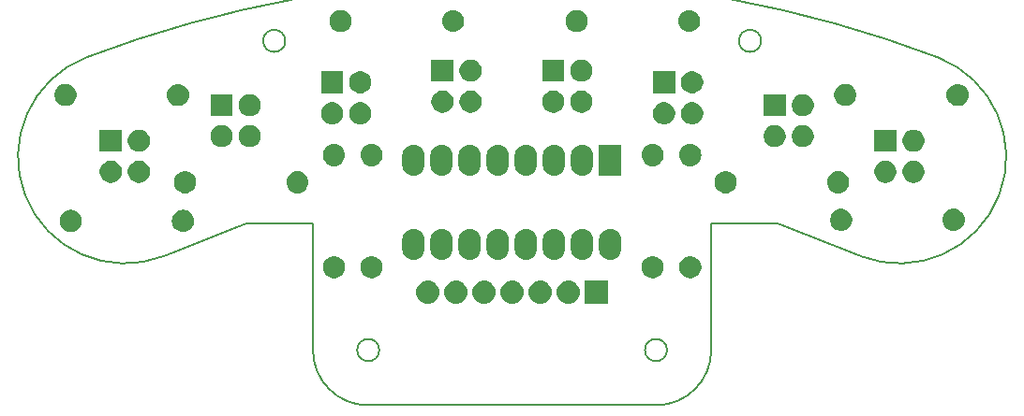
<source format=gbs>
G04 #@! TF.GenerationSoftware,KiCad,Pcbnew,5.0.2-bee76a0~70~ubuntu18.04.1*
G04 #@! TF.CreationDate,2019-09-09T13:29:18+02:00*
G04 #@! TF.ProjectId,Sensors_board,53656e73-6f72-4735-9f62-6f6172642e6b,V2*
G04 #@! TF.SameCoordinates,PX4db9760PY4ead9a0*
G04 #@! TF.FileFunction,Soldermask,Bot*
G04 #@! TF.FilePolarity,Negative*
%FSLAX46Y46*%
G04 Gerber Fmt 4.6, Leading zero omitted, Abs format (unit mm)*
G04 Created by KiCad (PCBNEW 5.0.2-bee76a0~70~ubuntu18.04.1) date lun 09 sep 2019 13:29:18 CEST*
%MOMM*%
%LPD*%
G01*
G04 APERTURE LIST*
%ADD10C,0.150000*%
%ADD11C,0.100000*%
G04 APERTURE END LIST*
D10*
X26000000Y16500000D02*
X18500000Y13500000D01*
X26000000Y16500000D02*
X32000000Y16500000D01*
X74000000Y16500000D02*
X68000000Y16500000D01*
X81500000Y13500000D02*
X74000000Y16500000D01*
X68000000Y16500000D02*
X68000000Y5000000D01*
X32000000Y16500000D02*
X32000000Y5000000D01*
X88500000Y31500001D02*
G75*
G03X11500000Y31500000I-38500000J-101000001D01*
G01*
X32000000Y5000000D02*
G75*
G03X37000000Y0I5000000J0D01*
G01*
X68000000Y5000000D02*
G75*
G02X63000000Y0I-5000000J0D01*
G01*
X37000000Y0D02*
X63000000Y0D01*
X64000000Y5000000D02*
G75*
G03X64000000Y5000000I-1000000J0D01*
G01*
X38000000Y5000000D02*
G75*
G03X38000000Y5000000I-1000000J0D01*
G01*
X18500000Y13500000D02*
G75*
G02X11500000Y31500000I-3500000J9000000D01*
G01*
X81500001Y13500000D02*
G75*
G03X88500000Y31500000I3499999J9000000D01*
G01*
X72500000Y33000000D02*
G75*
G03X72500000Y33000000I-1000000J0D01*
G01*
X29500000Y33000000D02*
G75*
G03X29500000Y33000000I-1000000J0D01*
G01*
D11*
G36*
X42508707Y11292403D02*
X42585836Y11284807D01*
X42717787Y11244780D01*
X42783763Y11224767D01*
X42966172Y11127267D01*
X43126054Y10996054D01*
X43257267Y10836172D01*
X43354767Y10653763D01*
X43354767Y10653762D01*
X43414807Y10455836D01*
X43435080Y10250000D01*
X43414807Y10044164D01*
X43374780Y9912213D01*
X43354767Y9846237D01*
X43257267Y9663828D01*
X43126054Y9503946D01*
X42966172Y9372733D01*
X42783763Y9275233D01*
X42717787Y9255220D01*
X42585836Y9215193D01*
X42508707Y9207596D01*
X42431580Y9200000D01*
X42328420Y9200000D01*
X42251293Y9207596D01*
X42174164Y9215193D01*
X42042213Y9255220D01*
X41976237Y9275233D01*
X41793828Y9372733D01*
X41633946Y9503946D01*
X41502733Y9663828D01*
X41405233Y9846237D01*
X41385220Y9912213D01*
X41345193Y10044164D01*
X41324920Y10250000D01*
X41345193Y10455836D01*
X41405233Y10653762D01*
X41405233Y10653763D01*
X41502733Y10836172D01*
X41633946Y10996054D01*
X41793828Y11127267D01*
X41976237Y11224767D01*
X42042213Y11244780D01*
X42174164Y11284807D01*
X42251293Y11292403D01*
X42328420Y11300000D01*
X42431580Y11300000D01*
X42508707Y11292403D01*
X42508707Y11292403D01*
G37*
G36*
X55208707Y11292403D02*
X55285836Y11284807D01*
X55417787Y11244780D01*
X55483763Y11224767D01*
X55666172Y11127267D01*
X55826054Y10996054D01*
X55957267Y10836172D01*
X56054767Y10653763D01*
X56054767Y10653762D01*
X56114807Y10455836D01*
X56135080Y10250000D01*
X56114807Y10044164D01*
X56074780Y9912213D01*
X56054767Y9846237D01*
X55957267Y9663828D01*
X55826054Y9503946D01*
X55666172Y9372733D01*
X55483763Y9275233D01*
X55417787Y9255220D01*
X55285836Y9215193D01*
X55208707Y9207596D01*
X55131580Y9200000D01*
X55028420Y9200000D01*
X54951293Y9207596D01*
X54874164Y9215193D01*
X54742213Y9255220D01*
X54676237Y9275233D01*
X54493828Y9372733D01*
X54333946Y9503946D01*
X54202733Y9663828D01*
X54105233Y9846237D01*
X54085220Y9912213D01*
X54045193Y10044164D01*
X54024920Y10250000D01*
X54045193Y10455836D01*
X54105233Y10653762D01*
X54105233Y10653763D01*
X54202733Y10836172D01*
X54333946Y10996054D01*
X54493828Y11127267D01*
X54676237Y11224767D01*
X54742213Y11244780D01*
X54874164Y11284807D01*
X54951293Y11292403D01*
X55028420Y11300000D01*
X55131580Y11300000D01*
X55208707Y11292403D01*
X55208707Y11292403D01*
G37*
G36*
X58670000Y9200000D02*
X56570000Y9200000D01*
X56570000Y11300000D01*
X58670000Y11300000D01*
X58670000Y9200000D01*
X58670000Y9200000D01*
G37*
G36*
X52668707Y11292403D02*
X52745836Y11284807D01*
X52877787Y11244780D01*
X52943763Y11224767D01*
X53126172Y11127267D01*
X53286054Y10996054D01*
X53417267Y10836172D01*
X53514767Y10653763D01*
X53514767Y10653762D01*
X53574807Y10455836D01*
X53595080Y10250000D01*
X53574807Y10044164D01*
X53534780Y9912213D01*
X53514767Y9846237D01*
X53417267Y9663828D01*
X53286054Y9503946D01*
X53126172Y9372733D01*
X52943763Y9275233D01*
X52877787Y9255220D01*
X52745836Y9215193D01*
X52668707Y9207596D01*
X52591580Y9200000D01*
X52488420Y9200000D01*
X52411293Y9207596D01*
X52334164Y9215193D01*
X52202213Y9255220D01*
X52136237Y9275233D01*
X51953828Y9372733D01*
X51793946Y9503946D01*
X51662733Y9663828D01*
X51565233Y9846237D01*
X51545220Y9912213D01*
X51505193Y10044164D01*
X51484920Y10250000D01*
X51505193Y10455836D01*
X51565233Y10653762D01*
X51565233Y10653763D01*
X51662733Y10836172D01*
X51793946Y10996054D01*
X51953828Y11127267D01*
X52136237Y11224767D01*
X52202213Y11244780D01*
X52334164Y11284807D01*
X52411293Y11292403D01*
X52488420Y11300000D01*
X52591580Y11300000D01*
X52668707Y11292403D01*
X52668707Y11292403D01*
G37*
G36*
X50128707Y11292403D02*
X50205836Y11284807D01*
X50337787Y11244780D01*
X50403763Y11224767D01*
X50586172Y11127267D01*
X50746054Y10996054D01*
X50877267Y10836172D01*
X50974767Y10653763D01*
X50974767Y10653762D01*
X51034807Y10455836D01*
X51055080Y10250000D01*
X51034807Y10044164D01*
X50994780Y9912213D01*
X50974767Y9846237D01*
X50877267Y9663828D01*
X50746054Y9503946D01*
X50586172Y9372733D01*
X50403763Y9275233D01*
X50337787Y9255220D01*
X50205836Y9215193D01*
X50128707Y9207596D01*
X50051580Y9200000D01*
X49948420Y9200000D01*
X49871293Y9207596D01*
X49794164Y9215193D01*
X49662213Y9255220D01*
X49596237Y9275233D01*
X49413828Y9372733D01*
X49253946Y9503946D01*
X49122733Y9663828D01*
X49025233Y9846237D01*
X49005220Y9912213D01*
X48965193Y10044164D01*
X48944920Y10250000D01*
X48965193Y10455836D01*
X49025233Y10653762D01*
X49025233Y10653763D01*
X49122733Y10836172D01*
X49253946Y10996054D01*
X49413828Y11127267D01*
X49596237Y11224767D01*
X49662213Y11244780D01*
X49794164Y11284807D01*
X49871293Y11292403D01*
X49948420Y11300000D01*
X50051580Y11300000D01*
X50128707Y11292403D01*
X50128707Y11292403D01*
G37*
G36*
X47588707Y11292403D02*
X47665836Y11284807D01*
X47797787Y11244780D01*
X47863763Y11224767D01*
X48046172Y11127267D01*
X48206054Y10996054D01*
X48337267Y10836172D01*
X48434767Y10653763D01*
X48434767Y10653762D01*
X48494807Y10455836D01*
X48515080Y10250000D01*
X48494807Y10044164D01*
X48454780Y9912213D01*
X48434767Y9846237D01*
X48337267Y9663828D01*
X48206054Y9503946D01*
X48046172Y9372733D01*
X47863763Y9275233D01*
X47797787Y9255220D01*
X47665836Y9215193D01*
X47588707Y9207596D01*
X47511580Y9200000D01*
X47408420Y9200000D01*
X47331293Y9207596D01*
X47254164Y9215193D01*
X47122213Y9255220D01*
X47056237Y9275233D01*
X46873828Y9372733D01*
X46713946Y9503946D01*
X46582733Y9663828D01*
X46485233Y9846237D01*
X46465220Y9912213D01*
X46425193Y10044164D01*
X46404920Y10250000D01*
X46425193Y10455836D01*
X46485233Y10653762D01*
X46485233Y10653763D01*
X46582733Y10836172D01*
X46713946Y10996054D01*
X46873828Y11127267D01*
X47056237Y11224767D01*
X47122213Y11244780D01*
X47254164Y11284807D01*
X47331293Y11292403D01*
X47408420Y11300000D01*
X47511580Y11300000D01*
X47588707Y11292403D01*
X47588707Y11292403D01*
G37*
G36*
X45048707Y11292403D02*
X45125836Y11284807D01*
X45257787Y11244780D01*
X45323763Y11224767D01*
X45506172Y11127267D01*
X45666054Y10996054D01*
X45797267Y10836172D01*
X45894767Y10653763D01*
X45894767Y10653762D01*
X45954807Y10455836D01*
X45975080Y10250000D01*
X45954807Y10044164D01*
X45914780Y9912213D01*
X45894767Y9846237D01*
X45797267Y9663828D01*
X45666054Y9503946D01*
X45506172Y9372733D01*
X45323763Y9275233D01*
X45257787Y9255220D01*
X45125836Y9215193D01*
X45048707Y9207596D01*
X44971580Y9200000D01*
X44868420Y9200000D01*
X44791293Y9207596D01*
X44714164Y9215193D01*
X44582213Y9255220D01*
X44516237Y9275233D01*
X44333828Y9372733D01*
X44173946Y9503946D01*
X44042733Y9663828D01*
X43945233Y9846237D01*
X43925220Y9912213D01*
X43885193Y10044164D01*
X43864920Y10250000D01*
X43885193Y10455836D01*
X43945233Y10653762D01*
X43945233Y10653763D01*
X44042733Y10836172D01*
X44173946Y10996054D01*
X44333828Y11127267D01*
X44516237Y11224767D01*
X44582213Y11244780D01*
X44714164Y11284807D01*
X44791293Y11292403D01*
X44868420Y11300000D01*
X44971580Y11300000D01*
X45048707Y11292403D01*
X45048707Y11292403D01*
G37*
G36*
X37475770Y13484628D02*
X37591689Y13461571D01*
X37773678Y13386189D01*
X37937463Y13276751D01*
X38076751Y13137463D01*
X38186189Y12973678D01*
X38261571Y12791689D01*
X38300000Y12598491D01*
X38300000Y12401509D01*
X38261571Y12208311D01*
X38186189Y12026322D01*
X38076751Y11862537D01*
X37937463Y11723249D01*
X37773678Y11613811D01*
X37591689Y11538429D01*
X37475770Y11515372D01*
X37398493Y11500000D01*
X37201507Y11500000D01*
X37124230Y11515372D01*
X37008311Y11538429D01*
X36826322Y11613811D01*
X36662537Y11723249D01*
X36523249Y11862537D01*
X36413811Y12026322D01*
X36338429Y12208311D01*
X36300000Y12401509D01*
X36300000Y12598491D01*
X36338429Y12791689D01*
X36413811Y12973678D01*
X36523249Y13137463D01*
X36662537Y13276751D01*
X36826322Y13386189D01*
X37008311Y13461571D01*
X37124230Y13484628D01*
X37201507Y13500000D01*
X37398493Y13500000D01*
X37475770Y13484628D01*
X37475770Y13484628D01*
G37*
G36*
X66275770Y13484628D02*
X66391689Y13461571D01*
X66573678Y13386189D01*
X66737463Y13276751D01*
X66876751Y13137463D01*
X66986189Y12973678D01*
X67061571Y12791689D01*
X67100000Y12598491D01*
X67100000Y12401509D01*
X67061571Y12208311D01*
X66986189Y12026322D01*
X66876751Y11862537D01*
X66737463Y11723249D01*
X66573678Y11613811D01*
X66391689Y11538429D01*
X66275770Y11515372D01*
X66198493Y11500000D01*
X66001507Y11500000D01*
X65924230Y11515372D01*
X65808311Y11538429D01*
X65626322Y11613811D01*
X65462537Y11723249D01*
X65323249Y11862537D01*
X65213811Y12026322D01*
X65138429Y12208311D01*
X65100000Y12401509D01*
X65100000Y12598491D01*
X65138429Y12791689D01*
X65213811Y12973678D01*
X65323249Y13137463D01*
X65462537Y13276751D01*
X65626322Y13386189D01*
X65808311Y13461571D01*
X65924230Y13484628D01*
X66001507Y13500000D01*
X66198493Y13500000D01*
X66275770Y13484628D01*
X66275770Y13484628D01*
G37*
G36*
X34075770Y13484628D02*
X34191689Y13461571D01*
X34373678Y13386189D01*
X34537463Y13276751D01*
X34676751Y13137463D01*
X34786189Y12973678D01*
X34861571Y12791689D01*
X34900000Y12598491D01*
X34900000Y12401509D01*
X34861571Y12208311D01*
X34786189Y12026322D01*
X34676751Y11862537D01*
X34537463Y11723249D01*
X34373678Y11613811D01*
X34191689Y11538429D01*
X34075770Y11515372D01*
X33998493Y11500000D01*
X33801507Y11500000D01*
X33724230Y11515372D01*
X33608311Y11538429D01*
X33426322Y11613811D01*
X33262537Y11723249D01*
X33123249Y11862537D01*
X33013811Y12026322D01*
X32938429Y12208311D01*
X32900000Y12401509D01*
X32900000Y12598491D01*
X32938429Y12791689D01*
X33013811Y12973678D01*
X33123249Y13137463D01*
X33262537Y13276751D01*
X33426322Y13386189D01*
X33608311Y13461571D01*
X33724230Y13484628D01*
X33801507Y13500000D01*
X33998493Y13500000D01*
X34075770Y13484628D01*
X34075770Y13484628D01*
G37*
G36*
X62875770Y13484628D02*
X62991689Y13461571D01*
X63173678Y13386189D01*
X63337463Y13276751D01*
X63476751Y13137463D01*
X63586189Y12973678D01*
X63661571Y12791689D01*
X63700000Y12598491D01*
X63700000Y12401509D01*
X63661571Y12208311D01*
X63586189Y12026322D01*
X63476751Y11862537D01*
X63337463Y11723249D01*
X63173678Y11613811D01*
X62991689Y11538429D01*
X62875770Y11515372D01*
X62798493Y11500000D01*
X62601507Y11500000D01*
X62524230Y11515372D01*
X62408311Y11538429D01*
X62226322Y11613811D01*
X62062537Y11723249D01*
X61923249Y11862537D01*
X61813811Y12026322D01*
X61738429Y12208311D01*
X61700000Y12401509D01*
X61700000Y12598491D01*
X61738429Y12791689D01*
X61813811Y12973678D01*
X61923249Y13137463D01*
X62062537Y13276751D01*
X62226322Y13386189D01*
X62408311Y13461571D01*
X62524230Y13484628D01*
X62601507Y13500000D01*
X62798493Y13500000D01*
X62875770Y13484628D01*
X62875770Y13484628D01*
G37*
G36*
X41276030Y15965531D02*
X41276033Y15965530D01*
X41276034Y15965530D01*
X41464535Y15908349D01*
X41464537Y15908348D01*
X41638260Y15815491D01*
X41790528Y15690528D01*
X41915491Y15538260D01*
X42008349Y15364536D01*
X42065531Y15176031D01*
X42080000Y15029123D01*
X42080000Y14130876D01*
X42065531Y13983970D01*
X42008348Y13795463D01*
X41915491Y13621740D01*
X41790528Y13469472D01*
X41638258Y13344507D01*
X41464539Y13251653D01*
X41464536Y13251652D01*
X41464534Y13251651D01*
X41276033Y13194470D01*
X41276032Y13194470D01*
X41276029Y13194469D01*
X41080000Y13175162D01*
X40883970Y13194469D01*
X40883967Y13194470D01*
X40883966Y13194470D01*
X40695465Y13251651D01*
X40521742Y13344508D01*
X40521740Y13344509D01*
X40369472Y13469472D01*
X40244507Y13621742D01*
X40151653Y13795461D01*
X40094471Y13983966D01*
X40094470Y13983967D01*
X40094470Y13983968D01*
X40094469Y13983971D01*
X40080000Y14130877D01*
X40080000Y15029124D01*
X40094469Y15176035D01*
X40151651Y15364533D01*
X40244510Y15538260D01*
X40369473Y15690528D01*
X40521741Y15815491D01*
X40695464Y15908348D01*
X40695466Y15908349D01*
X40883967Y15965530D01*
X40883968Y15965530D01*
X40883971Y15965531D01*
X41080000Y15984838D01*
X41276030Y15965531D01*
X41276030Y15965531D01*
G37*
G36*
X46356030Y15965531D02*
X46356033Y15965530D01*
X46356034Y15965530D01*
X46544535Y15908349D01*
X46544537Y15908348D01*
X46718260Y15815491D01*
X46870528Y15690528D01*
X46995491Y15538260D01*
X47088349Y15364536D01*
X47145531Y15176031D01*
X47160000Y15029123D01*
X47160000Y14130876D01*
X47145531Y13983970D01*
X47088348Y13795463D01*
X46995491Y13621740D01*
X46870528Y13469472D01*
X46718258Y13344507D01*
X46544539Y13251653D01*
X46544536Y13251652D01*
X46544534Y13251651D01*
X46356033Y13194470D01*
X46356032Y13194470D01*
X46356029Y13194469D01*
X46160000Y13175162D01*
X45963970Y13194469D01*
X45963967Y13194470D01*
X45963966Y13194470D01*
X45775465Y13251651D01*
X45601742Y13344508D01*
X45601740Y13344509D01*
X45449472Y13469472D01*
X45324507Y13621742D01*
X45231653Y13795461D01*
X45174471Y13983966D01*
X45174470Y13983967D01*
X45174470Y13983968D01*
X45174469Y13983971D01*
X45160000Y14130877D01*
X45160000Y15029124D01*
X45174469Y15176035D01*
X45231651Y15364533D01*
X45324510Y15538260D01*
X45449473Y15690528D01*
X45601741Y15815491D01*
X45775464Y15908348D01*
X45775466Y15908349D01*
X45963967Y15965530D01*
X45963968Y15965530D01*
X45963971Y15965531D01*
X46160000Y15984838D01*
X46356030Y15965531D01*
X46356030Y15965531D01*
G37*
G36*
X43816030Y15965531D02*
X43816033Y15965530D01*
X43816034Y15965530D01*
X44004535Y15908349D01*
X44004537Y15908348D01*
X44178260Y15815491D01*
X44330528Y15690528D01*
X44455491Y15538260D01*
X44548349Y15364536D01*
X44605531Y15176031D01*
X44620000Y15029123D01*
X44620000Y14130876D01*
X44605531Y13983970D01*
X44548348Y13795463D01*
X44455491Y13621740D01*
X44330528Y13469472D01*
X44178258Y13344507D01*
X44004539Y13251653D01*
X44004536Y13251652D01*
X44004534Y13251651D01*
X43816033Y13194470D01*
X43816032Y13194470D01*
X43816029Y13194469D01*
X43620000Y13175162D01*
X43423970Y13194469D01*
X43423967Y13194470D01*
X43423966Y13194470D01*
X43235465Y13251651D01*
X43061742Y13344508D01*
X43061740Y13344509D01*
X42909472Y13469472D01*
X42784507Y13621742D01*
X42691653Y13795461D01*
X42634471Y13983966D01*
X42634470Y13983967D01*
X42634470Y13983968D01*
X42634469Y13983971D01*
X42620000Y14130877D01*
X42620000Y15029124D01*
X42634469Y15176035D01*
X42691651Y15364533D01*
X42784510Y15538260D01*
X42909473Y15690528D01*
X43061741Y15815491D01*
X43235464Y15908348D01*
X43235466Y15908349D01*
X43423967Y15965530D01*
X43423968Y15965530D01*
X43423971Y15965531D01*
X43620000Y15984838D01*
X43816030Y15965531D01*
X43816030Y15965531D01*
G37*
G36*
X48896030Y15965531D02*
X48896033Y15965530D01*
X48896034Y15965530D01*
X49084535Y15908349D01*
X49084537Y15908348D01*
X49258260Y15815491D01*
X49410528Y15690528D01*
X49535491Y15538260D01*
X49628349Y15364536D01*
X49685531Y15176031D01*
X49700000Y15029123D01*
X49700000Y14130876D01*
X49685531Y13983970D01*
X49628348Y13795463D01*
X49535491Y13621740D01*
X49410528Y13469472D01*
X49258258Y13344507D01*
X49084539Y13251653D01*
X49084536Y13251652D01*
X49084534Y13251651D01*
X48896033Y13194470D01*
X48896032Y13194470D01*
X48896029Y13194469D01*
X48700000Y13175162D01*
X48503970Y13194469D01*
X48503967Y13194470D01*
X48503966Y13194470D01*
X48315465Y13251651D01*
X48141742Y13344508D01*
X48141740Y13344509D01*
X47989472Y13469472D01*
X47864507Y13621742D01*
X47771653Y13795461D01*
X47714471Y13983966D01*
X47714470Y13983967D01*
X47714470Y13983968D01*
X47714469Y13983971D01*
X47700000Y14130877D01*
X47700000Y15029124D01*
X47714469Y15176035D01*
X47771651Y15364533D01*
X47864510Y15538260D01*
X47989473Y15690528D01*
X48141741Y15815491D01*
X48315464Y15908348D01*
X48315466Y15908349D01*
X48503967Y15965530D01*
X48503968Y15965530D01*
X48503971Y15965531D01*
X48700000Y15984838D01*
X48896030Y15965531D01*
X48896030Y15965531D01*
G37*
G36*
X51436030Y15965531D02*
X51436033Y15965530D01*
X51436034Y15965530D01*
X51624535Y15908349D01*
X51624537Y15908348D01*
X51798260Y15815491D01*
X51950528Y15690528D01*
X52075491Y15538260D01*
X52168349Y15364536D01*
X52225531Y15176031D01*
X52240000Y15029123D01*
X52240000Y14130876D01*
X52225531Y13983970D01*
X52168348Y13795463D01*
X52075491Y13621740D01*
X51950528Y13469472D01*
X51798258Y13344507D01*
X51624539Y13251653D01*
X51624536Y13251652D01*
X51624534Y13251651D01*
X51436033Y13194470D01*
X51436032Y13194470D01*
X51436029Y13194469D01*
X51240000Y13175162D01*
X51043970Y13194469D01*
X51043967Y13194470D01*
X51043966Y13194470D01*
X50855465Y13251651D01*
X50681742Y13344508D01*
X50681740Y13344509D01*
X50529472Y13469472D01*
X50404507Y13621742D01*
X50311653Y13795461D01*
X50254471Y13983966D01*
X50254470Y13983967D01*
X50254470Y13983968D01*
X50254469Y13983971D01*
X50240000Y14130877D01*
X50240000Y15029124D01*
X50254469Y15176035D01*
X50311651Y15364533D01*
X50404510Y15538260D01*
X50529473Y15690528D01*
X50681741Y15815491D01*
X50855464Y15908348D01*
X50855466Y15908349D01*
X51043967Y15965530D01*
X51043968Y15965530D01*
X51043971Y15965531D01*
X51240000Y15984838D01*
X51436030Y15965531D01*
X51436030Y15965531D01*
G37*
G36*
X53976030Y15965531D02*
X53976033Y15965530D01*
X53976034Y15965530D01*
X54164535Y15908349D01*
X54164537Y15908348D01*
X54338260Y15815491D01*
X54490528Y15690528D01*
X54615491Y15538260D01*
X54708349Y15364536D01*
X54765531Y15176031D01*
X54780000Y15029123D01*
X54780000Y14130876D01*
X54765531Y13983970D01*
X54708348Y13795463D01*
X54615491Y13621740D01*
X54490528Y13469472D01*
X54338258Y13344507D01*
X54164539Y13251653D01*
X54164536Y13251652D01*
X54164534Y13251651D01*
X53976033Y13194470D01*
X53976032Y13194470D01*
X53976029Y13194469D01*
X53780000Y13175162D01*
X53583970Y13194469D01*
X53583967Y13194470D01*
X53583966Y13194470D01*
X53395465Y13251651D01*
X53221742Y13344508D01*
X53221740Y13344509D01*
X53069472Y13469472D01*
X52944507Y13621742D01*
X52851653Y13795461D01*
X52794471Y13983966D01*
X52794470Y13983967D01*
X52794470Y13983968D01*
X52794469Y13983971D01*
X52780000Y14130877D01*
X52780000Y15029124D01*
X52794469Y15176035D01*
X52851651Y15364533D01*
X52944510Y15538260D01*
X53069473Y15690528D01*
X53221741Y15815491D01*
X53395464Y15908348D01*
X53395466Y15908349D01*
X53583967Y15965530D01*
X53583968Y15965530D01*
X53583971Y15965531D01*
X53780000Y15984838D01*
X53976030Y15965531D01*
X53976030Y15965531D01*
G37*
G36*
X56516030Y15965531D02*
X56516033Y15965530D01*
X56516034Y15965530D01*
X56704535Y15908349D01*
X56704537Y15908348D01*
X56878260Y15815491D01*
X57030528Y15690528D01*
X57155491Y15538260D01*
X57248349Y15364536D01*
X57305531Y15176031D01*
X57320000Y15029123D01*
X57320000Y14130876D01*
X57305531Y13983970D01*
X57248348Y13795463D01*
X57155491Y13621740D01*
X57030528Y13469472D01*
X56878258Y13344507D01*
X56704539Y13251653D01*
X56704536Y13251652D01*
X56704534Y13251651D01*
X56516033Y13194470D01*
X56516032Y13194470D01*
X56516029Y13194469D01*
X56320000Y13175162D01*
X56123970Y13194469D01*
X56123967Y13194470D01*
X56123966Y13194470D01*
X55935465Y13251651D01*
X55761742Y13344508D01*
X55761740Y13344509D01*
X55609472Y13469472D01*
X55484507Y13621742D01*
X55391653Y13795461D01*
X55334471Y13983966D01*
X55334470Y13983967D01*
X55334470Y13983968D01*
X55334469Y13983971D01*
X55320000Y14130877D01*
X55320000Y15029124D01*
X55334469Y15176035D01*
X55391651Y15364533D01*
X55484510Y15538260D01*
X55609473Y15690528D01*
X55761741Y15815491D01*
X55935464Y15908348D01*
X55935466Y15908349D01*
X56123967Y15965530D01*
X56123968Y15965530D01*
X56123971Y15965531D01*
X56320000Y15984838D01*
X56516030Y15965531D01*
X56516030Y15965531D01*
G37*
G36*
X59056030Y15965531D02*
X59056033Y15965530D01*
X59056034Y15965530D01*
X59244535Y15908349D01*
X59244537Y15908348D01*
X59418260Y15815491D01*
X59570528Y15690528D01*
X59695491Y15538260D01*
X59788349Y15364536D01*
X59845531Y15176031D01*
X59860000Y15029123D01*
X59860000Y14130876D01*
X59845531Y13983970D01*
X59788348Y13795463D01*
X59695491Y13621740D01*
X59570528Y13469472D01*
X59418258Y13344507D01*
X59244539Y13251653D01*
X59244536Y13251652D01*
X59244534Y13251651D01*
X59056033Y13194470D01*
X59056032Y13194470D01*
X59056029Y13194469D01*
X58860000Y13175162D01*
X58663970Y13194469D01*
X58663967Y13194470D01*
X58663966Y13194470D01*
X58475465Y13251651D01*
X58301742Y13344508D01*
X58301740Y13344509D01*
X58149472Y13469472D01*
X58024507Y13621742D01*
X57931653Y13795461D01*
X57874471Y13983966D01*
X57874470Y13983967D01*
X57874470Y13983968D01*
X57874469Y13983971D01*
X57860000Y14130877D01*
X57860000Y15029124D01*
X57874469Y15176035D01*
X57931651Y15364533D01*
X58024510Y15538260D01*
X58149473Y15690528D01*
X58301741Y15815491D01*
X58475464Y15908348D01*
X58475466Y15908349D01*
X58663967Y15965530D01*
X58663968Y15965530D01*
X58663971Y15965531D01*
X58860000Y15984838D01*
X59056030Y15965531D01*
X59056030Y15965531D01*
G37*
G36*
X10275770Y17684628D02*
X10391689Y17661571D01*
X10573678Y17586189D01*
X10737463Y17476751D01*
X10876751Y17337463D01*
X10986189Y17173678D01*
X11061571Y16991689D01*
X11100000Y16798491D01*
X11100000Y16601509D01*
X11061571Y16408311D01*
X10986189Y16226322D01*
X10876751Y16062537D01*
X10737463Y15923249D01*
X10573678Y15813811D01*
X10391689Y15738429D01*
X10275770Y15715372D01*
X10198493Y15700000D01*
X10001507Y15700000D01*
X9924230Y15715372D01*
X9808311Y15738429D01*
X9626322Y15813811D01*
X9462537Y15923249D01*
X9323249Y16062537D01*
X9213811Y16226322D01*
X9138429Y16408311D01*
X9100000Y16601509D01*
X9100000Y16798491D01*
X9138429Y16991689D01*
X9213811Y17173678D01*
X9323249Y17337463D01*
X9462537Y17476751D01*
X9626322Y17586189D01*
X9808311Y17661571D01*
X9924230Y17684628D01*
X10001507Y17700000D01*
X10198493Y17700000D01*
X10275770Y17684628D01*
X10275770Y17684628D01*
G37*
G36*
X20456030Y17685531D02*
X20456033Y17685530D01*
X20456034Y17685530D01*
X20644535Y17628349D01*
X20644537Y17628348D01*
X20818260Y17535491D01*
X20970528Y17410528D01*
X21095491Y17258260D01*
X21095492Y17258258D01*
X21188349Y17084535D01*
X21245530Y16896034D01*
X21245531Y16896030D01*
X21264838Y16700000D01*
X21245531Y16503970D01*
X21245530Y16503967D01*
X21245530Y16503966D01*
X21218684Y16415465D01*
X21188348Y16315463D01*
X21095491Y16141740D01*
X20970528Y15989472D01*
X20818260Y15864509D01*
X20818258Y15864508D01*
X20644535Y15771651D01*
X20456034Y15714470D01*
X20456033Y15714470D01*
X20456030Y15714469D01*
X20309124Y15700000D01*
X20210876Y15700000D01*
X20063970Y15714469D01*
X20063967Y15714470D01*
X20063966Y15714470D01*
X19875465Y15771651D01*
X19701742Y15864508D01*
X19701740Y15864509D01*
X19549472Y15989472D01*
X19424509Y16141740D01*
X19331652Y16315463D01*
X19301317Y16415465D01*
X19274470Y16503966D01*
X19274470Y16503967D01*
X19274469Y16503970D01*
X19255162Y16700000D01*
X19274469Y16896030D01*
X19274470Y16896034D01*
X19331651Y17084535D01*
X19424508Y17258258D01*
X19424509Y17258260D01*
X19549472Y17410528D01*
X19701740Y17535491D01*
X19875463Y17628348D01*
X19875465Y17628349D01*
X20063966Y17685530D01*
X20063967Y17685530D01*
X20063970Y17685531D01*
X20210876Y17700000D01*
X20309124Y17700000D01*
X20456030Y17685531D01*
X20456030Y17685531D01*
G37*
G36*
X79915770Y17784628D02*
X80031689Y17761571D01*
X80213678Y17686189D01*
X80377463Y17576751D01*
X80516751Y17437463D01*
X80626189Y17273678D01*
X80701571Y17091689D01*
X80740000Y16898491D01*
X80740000Y16701509D01*
X80701571Y16508311D01*
X80626189Y16326322D01*
X80516751Y16162537D01*
X80377463Y16023249D01*
X80213678Y15913811D01*
X80031689Y15838429D01*
X79916375Y15815492D01*
X79838493Y15800000D01*
X79641507Y15800000D01*
X79563625Y15815492D01*
X79448311Y15838429D01*
X79266322Y15913811D01*
X79102537Y16023249D01*
X78963249Y16162537D01*
X78853811Y16326322D01*
X78778429Y16508311D01*
X78740000Y16701509D01*
X78740000Y16898491D01*
X78778429Y17091689D01*
X78853811Y17273678D01*
X78963249Y17437463D01*
X79102537Y17576751D01*
X79266322Y17686189D01*
X79448311Y17761571D01*
X79564230Y17784628D01*
X79641507Y17800000D01*
X79838493Y17800000D01*
X79915770Y17784628D01*
X79915770Y17784628D01*
G37*
G36*
X90096030Y17785531D02*
X90096033Y17785530D01*
X90096034Y17785530D01*
X90284535Y17728349D01*
X90284537Y17728348D01*
X90458260Y17635491D01*
X90610528Y17510528D01*
X90735491Y17358260D01*
X90735492Y17358258D01*
X90828349Y17184535D01*
X90885530Y16996034D01*
X90885531Y16996030D01*
X90904838Y16800000D01*
X90885531Y16603970D01*
X90885530Y16603967D01*
X90885530Y16603966D01*
X90855197Y16503970D01*
X90828348Y16415463D01*
X90735491Y16241740D01*
X90610528Y16089472D01*
X90458260Y15964509D01*
X90381068Y15923249D01*
X90284535Y15871651D01*
X90096034Y15814470D01*
X90096033Y15814470D01*
X90096030Y15814469D01*
X89949124Y15800000D01*
X89850876Y15800000D01*
X89703970Y15814469D01*
X89703967Y15814470D01*
X89703966Y15814470D01*
X89515465Y15871651D01*
X89418932Y15923249D01*
X89341740Y15964509D01*
X89189472Y16089472D01*
X89064509Y16241740D01*
X88971652Y16415463D01*
X88944804Y16503970D01*
X88914470Y16603966D01*
X88914470Y16603967D01*
X88914469Y16603970D01*
X88895162Y16800000D01*
X88914469Y16996030D01*
X88914470Y16996034D01*
X88971651Y17184535D01*
X89064508Y17358258D01*
X89064509Y17358260D01*
X89189472Y17510528D01*
X89341740Y17635491D01*
X89515463Y17728348D01*
X89515465Y17728349D01*
X89703966Y17785530D01*
X89703967Y17785530D01*
X89703970Y17785531D01*
X89850876Y17800000D01*
X89949124Y17800000D01*
X90096030Y17785531D01*
X90096030Y17785531D01*
G37*
G36*
X79656030Y21185531D02*
X79656033Y21185530D01*
X79656034Y21185530D01*
X79844535Y21128349D01*
X79844537Y21128348D01*
X80018260Y21035491D01*
X80170528Y20910528D01*
X80295491Y20758260D01*
X80388348Y20584537D01*
X80445531Y20396030D01*
X80464838Y20200000D01*
X80445531Y20003970D01*
X80388348Y19815463D01*
X80295491Y19641740D01*
X80170528Y19489472D01*
X80018260Y19364509D01*
X80018258Y19364508D01*
X79844535Y19271651D01*
X79656034Y19214470D01*
X79656033Y19214470D01*
X79656030Y19214469D01*
X79509124Y19200000D01*
X79410876Y19200000D01*
X79263970Y19214469D01*
X79263967Y19214470D01*
X79263966Y19214470D01*
X79075465Y19271651D01*
X78901742Y19364508D01*
X78901740Y19364509D01*
X78749472Y19489472D01*
X78624509Y19641740D01*
X78531652Y19815463D01*
X78474469Y20003970D01*
X78455162Y20200000D01*
X78474469Y20396030D01*
X78531652Y20584537D01*
X78624509Y20758260D01*
X78749472Y20910528D01*
X78901740Y21035491D01*
X79075463Y21128348D01*
X79075465Y21128349D01*
X79263966Y21185530D01*
X79263967Y21185530D01*
X79263970Y21185531D01*
X79410876Y21200000D01*
X79509124Y21200000D01*
X79656030Y21185531D01*
X79656030Y21185531D01*
G37*
G36*
X20615770Y21184628D02*
X20731689Y21161571D01*
X20913678Y21086189D01*
X21077463Y20976751D01*
X21216751Y20837463D01*
X21326189Y20673678D01*
X21401571Y20491689D01*
X21440000Y20298491D01*
X21440000Y20101509D01*
X21401571Y19908311D01*
X21326189Y19726322D01*
X21216751Y19562537D01*
X21077463Y19423249D01*
X20913678Y19313811D01*
X20731689Y19238429D01*
X20615770Y19215372D01*
X20538493Y19200000D01*
X20341507Y19200000D01*
X20264230Y19215372D01*
X20148311Y19238429D01*
X19966322Y19313811D01*
X19802537Y19423249D01*
X19663249Y19562537D01*
X19553811Y19726322D01*
X19478429Y19908311D01*
X19440000Y20101509D01*
X19440000Y20298491D01*
X19478429Y20491689D01*
X19553811Y20673678D01*
X19663249Y20837463D01*
X19802537Y20976751D01*
X19966322Y21086189D01*
X20148311Y21161571D01*
X20264230Y21184628D01*
X20341507Y21200000D01*
X20538493Y21200000D01*
X20615770Y21184628D01*
X20615770Y21184628D01*
G37*
G36*
X30796030Y21185531D02*
X30796033Y21185530D01*
X30796034Y21185530D01*
X30984535Y21128349D01*
X30984537Y21128348D01*
X31158260Y21035491D01*
X31310528Y20910528D01*
X31435491Y20758260D01*
X31528348Y20584537D01*
X31585531Y20396030D01*
X31604838Y20200000D01*
X31585531Y20003970D01*
X31528348Y19815463D01*
X31435491Y19641740D01*
X31310528Y19489472D01*
X31158260Y19364509D01*
X31158258Y19364508D01*
X30984535Y19271651D01*
X30796034Y19214470D01*
X30796033Y19214470D01*
X30796030Y19214469D01*
X30649124Y19200000D01*
X30550876Y19200000D01*
X30403970Y19214469D01*
X30403967Y19214470D01*
X30403966Y19214470D01*
X30215465Y19271651D01*
X30041742Y19364508D01*
X30041740Y19364509D01*
X29889472Y19489472D01*
X29764509Y19641740D01*
X29671652Y19815463D01*
X29614469Y20003970D01*
X29595162Y20200000D01*
X29614469Y20396030D01*
X29671652Y20584537D01*
X29764509Y20758260D01*
X29889472Y20910528D01*
X30041740Y21035491D01*
X30215463Y21128348D01*
X30215465Y21128349D01*
X30403966Y21185530D01*
X30403967Y21185530D01*
X30403970Y21185531D01*
X30550876Y21200000D01*
X30649124Y21200000D01*
X30796030Y21185531D01*
X30796030Y21185531D01*
G37*
G36*
X69475770Y21184628D02*
X69591689Y21161571D01*
X69773678Y21086189D01*
X69937463Y20976751D01*
X70076751Y20837463D01*
X70186189Y20673678D01*
X70261571Y20491689D01*
X70300000Y20298491D01*
X70300000Y20101509D01*
X70261571Y19908311D01*
X70186189Y19726322D01*
X70076751Y19562537D01*
X69937463Y19423249D01*
X69773678Y19313811D01*
X69591689Y19238429D01*
X69475770Y19215372D01*
X69398493Y19200000D01*
X69201507Y19200000D01*
X69124230Y19215372D01*
X69008311Y19238429D01*
X68826322Y19313811D01*
X68662537Y19423249D01*
X68523249Y19562537D01*
X68413811Y19726322D01*
X68338429Y19908311D01*
X68300000Y20101509D01*
X68300000Y20298491D01*
X68338429Y20491689D01*
X68413811Y20673678D01*
X68523249Y20837463D01*
X68662537Y20976751D01*
X68826322Y21086189D01*
X69008311Y21161571D01*
X69124230Y21184628D01*
X69201507Y21200000D01*
X69398493Y21200000D01*
X69475770Y21184628D01*
X69475770Y21184628D01*
G37*
G36*
X83905770Y22134628D02*
X84021689Y22111571D01*
X84203678Y22036189D01*
X84367463Y21926751D01*
X84506751Y21787463D01*
X84616189Y21623678D01*
X84691571Y21441689D01*
X84730000Y21248491D01*
X84730000Y21051509D01*
X84691571Y20858311D01*
X84616189Y20676322D01*
X84506751Y20512537D01*
X84367463Y20373249D01*
X84203678Y20263811D01*
X84021689Y20188429D01*
X83905770Y20165372D01*
X83828493Y20150000D01*
X83631507Y20150000D01*
X83554230Y20165372D01*
X83438311Y20188429D01*
X83256322Y20263811D01*
X83092537Y20373249D01*
X82953249Y20512537D01*
X82843811Y20676322D01*
X82768429Y20858311D01*
X82730000Y21051509D01*
X82730000Y21248491D01*
X82768429Y21441689D01*
X82843811Y21623678D01*
X82953249Y21787463D01*
X83092537Y21926751D01*
X83256322Y22036189D01*
X83438311Y22111571D01*
X83554230Y22134628D01*
X83631507Y22150000D01*
X83828493Y22150000D01*
X83905770Y22134628D01*
X83905770Y22134628D01*
G37*
G36*
X86445770Y22134628D02*
X86561689Y22111571D01*
X86743678Y22036189D01*
X86907463Y21926751D01*
X87046751Y21787463D01*
X87156189Y21623678D01*
X87231571Y21441689D01*
X87270000Y21248491D01*
X87270000Y21051509D01*
X87231571Y20858311D01*
X87156189Y20676322D01*
X87046751Y20512537D01*
X86907463Y20373249D01*
X86743678Y20263811D01*
X86561689Y20188429D01*
X86445770Y20165372D01*
X86368493Y20150000D01*
X86171507Y20150000D01*
X86094230Y20165372D01*
X85978311Y20188429D01*
X85796322Y20263811D01*
X85632537Y20373249D01*
X85493249Y20512537D01*
X85383811Y20676322D01*
X85308429Y20858311D01*
X85270000Y21051509D01*
X85270000Y21248491D01*
X85308429Y21441689D01*
X85383811Y21623678D01*
X85493249Y21787463D01*
X85632537Y21926751D01*
X85796322Y22036189D01*
X85978311Y22111571D01*
X86094230Y22134628D01*
X86171507Y22150000D01*
X86368493Y22150000D01*
X86445770Y22134628D01*
X86445770Y22134628D01*
G37*
G36*
X16445770Y22134628D02*
X16561689Y22111571D01*
X16743678Y22036189D01*
X16907463Y21926751D01*
X17046751Y21787463D01*
X17156189Y21623678D01*
X17231571Y21441689D01*
X17270000Y21248491D01*
X17270000Y21051509D01*
X17231571Y20858311D01*
X17156189Y20676322D01*
X17046751Y20512537D01*
X16907463Y20373249D01*
X16743678Y20263811D01*
X16561689Y20188429D01*
X16445770Y20165372D01*
X16368493Y20150000D01*
X16171507Y20150000D01*
X16094230Y20165372D01*
X15978311Y20188429D01*
X15796322Y20263811D01*
X15632537Y20373249D01*
X15493249Y20512537D01*
X15383811Y20676322D01*
X15308429Y20858311D01*
X15270000Y21051509D01*
X15270000Y21248491D01*
X15308429Y21441689D01*
X15383811Y21623678D01*
X15493249Y21787463D01*
X15632537Y21926751D01*
X15796322Y22036189D01*
X15978311Y22111571D01*
X16094230Y22134628D01*
X16171507Y22150000D01*
X16368493Y22150000D01*
X16445770Y22134628D01*
X16445770Y22134628D01*
G37*
G36*
X13905770Y22134628D02*
X14021689Y22111571D01*
X14203678Y22036189D01*
X14367463Y21926751D01*
X14506751Y21787463D01*
X14616189Y21623678D01*
X14691571Y21441689D01*
X14730000Y21248491D01*
X14730000Y21051509D01*
X14691571Y20858311D01*
X14616189Y20676322D01*
X14506751Y20512537D01*
X14367463Y20373249D01*
X14203678Y20263811D01*
X14021689Y20188429D01*
X13905770Y20165372D01*
X13828493Y20150000D01*
X13631507Y20150000D01*
X13554230Y20165372D01*
X13438311Y20188429D01*
X13256322Y20263811D01*
X13092537Y20373249D01*
X12953249Y20512537D01*
X12843811Y20676322D01*
X12768429Y20858311D01*
X12730000Y21051509D01*
X12730000Y21248491D01*
X12768429Y21441689D01*
X12843811Y21623678D01*
X12953249Y21787463D01*
X13092537Y21926751D01*
X13256322Y22036189D01*
X13438311Y22111571D01*
X13554230Y22134628D01*
X13631507Y22150000D01*
X13828493Y22150000D01*
X13905770Y22134628D01*
X13905770Y22134628D01*
G37*
G36*
X46356030Y23585531D02*
X46356033Y23585530D01*
X46356034Y23585530D01*
X46544535Y23528349D01*
X46544537Y23528348D01*
X46718260Y23435491D01*
X46870528Y23310528D01*
X46995491Y23158260D01*
X47088349Y22984536D01*
X47145531Y22796031D01*
X47160000Y22649123D01*
X47160000Y21750876D01*
X47145531Y21603970D01*
X47088348Y21415463D01*
X46995491Y21241740D01*
X46870528Y21089472D01*
X46718258Y20964507D01*
X46544539Y20871653D01*
X46544536Y20871652D01*
X46544534Y20871651D01*
X46356033Y20814470D01*
X46356032Y20814470D01*
X46356029Y20814469D01*
X46160000Y20795162D01*
X45963970Y20814469D01*
X45963967Y20814470D01*
X45963966Y20814470D01*
X45775465Y20871651D01*
X45601742Y20964508D01*
X45601740Y20964509D01*
X45449472Y21089472D01*
X45324507Y21241742D01*
X45231653Y21415461D01*
X45223698Y21441686D01*
X45174470Y21603967D01*
X45174470Y21603968D01*
X45174469Y21603971D01*
X45160000Y21750877D01*
X45160000Y22649124D01*
X45174469Y22796035D01*
X45231651Y22984533D01*
X45324510Y23158260D01*
X45449473Y23310528D01*
X45601741Y23435491D01*
X45775464Y23528348D01*
X45775466Y23528349D01*
X45963967Y23585530D01*
X45963968Y23585530D01*
X45963971Y23585531D01*
X46160000Y23604838D01*
X46356030Y23585531D01*
X46356030Y23585531D01*
G37*
G36*
X43816030Y23585531D02*
X43816033Y23585530D01*
X43816034Y23585530D01*
X44004535Y23528349D01*
X44004537Y23528348D01*
X44178260Y23435491D01*
X44330528Y23310528D01*
X44455491Y23158260D01*
X44548349Y22984536D01*
X44605531Y22796031D01*
X44620000Y22649123D01*
X44620000Y21750876D01*
X44605531Y21603970D01*
X44548348Y21415463D01*
X44455491Y21241740D01*
X44330528Y21089472D01*
X44178258Y20964507D01*
X44004539Y20871653D01*
X44004536Y20871652D01*
X44004534Y20871651D01*
X43816033Y20814470D01*
X43816032Y20814470D01*
X43816029Y20814469D01*
X43620000Y20795162D01*
X43423970Y20814469D01*
X43423967Y20814470D01*
X43423966Y20814470D01*
X43235465Y20871651D01*
X43061742Y20964508D01*
X43061740Y20964509D01*
X42909472Y21089472D01*
X42784507Y21241742D01*
X42691653Y21415461D01*
X42683698Y21441686D01*
X42634470Y21603967D01*
X42634470Y21603968D01*
X42634469Y21603971D01*
X42620000Y21750877D01*
X42620000Y22649124D01*
X42634469Y22796035D01*
X42691651Y22984533D01*
X42784510Y23158260D01*
X42909473Y23310528D01*
X43061741Y23435491D01*
X43235464Y23528348D01*
X43235466Y23528349D01*
X43423967Y23585530D01*
X43423968Y23585530D01*
X43423971Y23585531D01*
X43620000Y23604838D01*
X43816030Y23585531D01*
X43816030Y23585531D01*
G37*
G36*
X48896030Y23585531D02*
X48896033Y23585530D01*
X48896034Y23585530D01*
X49084535Y23528349D01*
X49084537Y23528348D01*
X49258260Y23435491D01*
X49410528Y23310528D01*
X49535491Y23158260D01*
X49628349Y22984536D01*
X49685531Y22796031D01*
X49700000Y22649123D01*
X49700000Y21750876D01*
X49685531Y21603970D01*
X49628348Y21415463D01*
X49535491Y21241740D01*
X49410528Y21089472D01*
X49258258Y20964507D01*
X49084539Y20871653D01*
X49084536Y20871652D01*
X49084534Y20871651D01*
X48896033Y20814470D01*
X48896032Y20814470D01*
X48896029Y20814469D01*
X48700000Y20795162D01*
X48503970Y20814469D01*
X48503967Y20814470D01*
X48503966Y20814470D01*
X48315465Y20871651D01*
X48141742Y20964508D01*
X48141740Y20964509D01*
X47989472Y21089472D01*
X47864507Y21241742D01*
X47771653Y21415461D01*
X47763698Y21441686D01*
X47714470Y21603967D01*
X47714470Y21603968D01*
X47714469Y21603971D01*
X47700000Y21750877D01*
X47700000Y22649124D01*
X47714469Y22796035D01*
X47771651Y22984533D01*
X47864510Y23158260D01*
X47989473Y23310528D01*
X48141741Y23435491D01*
X48315464Y23528348D01*
X48315466Y23528349D01*
X48503967Y23585530D01*
X48503968Y23585530D01*
X48503971Y23585531D01*
X48700000Y23604838D01*
X48896030Y23585531D01*
X48896030Y23585531D01*
G37*
G36*
X41276030Y23585531D02*
X41276033Y23585530D01*
X41276034Y23585530D01*
X41464535Y23528349D01*
X41464537Y23528348D01*
X41638260Y23435491D01*
X41790528Y23310528D01*
X41915491Y23158260D01*
X42008349Y22984536D01*
X42065531Y22796031D01*
X42080000Y22649123D01*
X42080000Y21750876D01*
X42065531Y21603970D01*
X42008348Y21415463D01*
X41915491Y21241740D01*
X41790528Y21089472D01*
X41638258Y20964507D01*
X41464539Y20871653D01*
X41464536Y20871652D01*
X41464534Y20871651D01*
X41276033Y20814470D01*
X41276032Y20814470D01*
X41276029Y20814469D01*
X41080000Y20795162D01*
X40883970Y20814469D01*
X40883967Y20814470D01*
X40883966Y20814470D01*
X40695465Y20871651D01*
X40521742Y20964508D01*
X40521740Y20964509D01*
X40369472Y21089472D01*
X40244507Y21241742D01*
X40151653Y21415461D01*
X40143698Y21441686D01*
X40094470Y21603967D01*
X40094470Y21603968D01*
X40094469Y21603971D01*
X40080000Y21750877D01*
X40080000Y22649124D01*
X40094469Y22796035D01*
X40151651Y22984533D01*
X40244510Y23158260D01*
X40369473Y23310528D01*
X40521741Y23435491D01*
X40695464Y23528348D01*
X40695466Y23528349D01*
X40883967Y23585530D01*
X40883968Y23585530D01*
X40883971Y23585531D01*
X41080000Y23604838D01*
X41276030Y23585531D01*
X41276030Y23585531D01*
G37*
G36*
X51436030Y23585531D02*
X51436033Y23585530D01*
X51436034Y23585530D01*
X51624535Y23528349D01*
X51624537Y23528348D01*
X51798260Y23435491D01*
X51950528Y23310528D01*
X52075491Y23158260D01*
X52168349Y22984536D01*
X52225531Y22796031D01*
X52240000Y22649123D01*
X52240000Y21750876D01*
X52225531Y21603970D01*
X52168348Y21415463D01*
X52075491Y21241740D01*
X51950528Y21089472D01*
X51798258Y20964507D01*
X51624539Y20871653D01*
X51624536Y20871652D01*
X51624534Y20871651D01*
X51436033Y20814470D01*
X51436032Y20814470D01*
X51436029Y20814469D01*
X51240000Y20795162D01*
X51043970Y20814469D01*
X51043967Y20814470D01*
X51043966Y20814470D01*
X50855465Y20871651D01*
X50681742Y20964508D01*
X50681740Y20964509D01*
X50529472Y21089472D01*
X50404507Y21241742D01*
X50311653Y21415461D01*
X50303698Y21441686D01*
X50254470Y21603967D01*
X50254470Y21603968D01*
X50254469Y21603971D01*
X50240000Y21750877D01*
X50240000Y22649124D01*
X50254469Y22796035D01*
X50311651Y22984533D01*
X50404510Y23158260D01*
X50529473Y23310528D01*
X50681741Y23435491D01*
X50855464Y23528348D01*
X50855466Y23528349D01*
X51043967Y23585530D01*
X51043968Y23585530D01*
X51043971Y23585531D01*
X51240000Y23604838D01*
X51436030Y23585531D01*
X51436030Y23585531D01*
G37*
G36*
X53976030Y23585531D02*
X53976033Y23585530D01*
X53976034Y23585530D01*
X54164535Y23528349D01*
X54164537Y23528348D01*
X54338260Y23435491D01*
X54490528Y23310528D01*
X54615491Y23158260D01*
X54708349Y22984536D01*
X54765531Y22796031D01*
X54780000Y22649123D01*
X54780000Y21750876D01*
X54765531Y21603970D01*
X54708348Y21415463D01*
X54615491Y21241740D01*
X54490528Y21089472D01*
X54338258Y20964507D01*
X54164539Y20871653D01*
X54164536Y20871652D01*
X54164534Y20871651D01*
X53976033Y20814470D01*
X53976032Y20814470D01*
X53976029Y20814469D01*
X53780000Y20795162D01*
X53583970Y20814469D01*
X53583967Y20814470D01*
X53583966Y20814470D01*
X53395465Y20871651D01*
X53221742Y20964508D01*
X53221740Y20964509D01*
X53069472Y21089472D01*
X52944507Y21241742D01*
X52851653Y21415461D01*
X52843698Y21441686D01*
X52794470Y21603967D01*
X52794470Y21603968D01*
X52794469Y21603971D01*
X52780000Y21750877D01*
X52780000Y22649124D01*
X52794469Y22796035D01*
X52851651Y22984533D01*
X52944510Y23158260D01*
X53069473Y23310528D01*
X53221741Y23435491D01*
X53395464Y23528348D01*
X53395466Y23528349D01*
X53583967Y23585530D01*
X53583968Y23585530D01*
X53583971Y23585531D01*
X53780000Y23604838D01*
X53976030Y23585531D01*
X53976030Y23585531D01*
G37*
G36*
X56516030Y23585531D02*
X56516033Y23585530D01*
X56516034Y23585530D01*
X56704535Y23528349D01*
X56704537Y23528348D01*
X56878260Y23435491D01*
X57030528Y23310528D01*
X57155491Y23158260D01*
X57248349Y22984536D01*
X57305531Y22796031D01*
X57320000Y22649123D01*
X57320000Y21750876D01*
X57305531Y21603970D01*
X57248348Y21415463D01*
X57155491Y21241740D01*
X57030528Y21089472D01*
X56878258Y20964507D01*
X56704539Y20871653D01*
X56704536Y20871652D01*
X56704534Y20871651D01*
X56516033Y20814470D01*
X56516032Y20814470D01*
X56516029Y20814469D01*
X56320000Y20795162D01*
X56123970Y20814469D01*
X56123967Y20814470D01*
X56123966Y20814470D01*
X55935465Y20871651D01*
X55761742Y20964508D01*
X55761740Y20964509D01*
X55609472Y21089472D01*
X55484507Y21241742D01*
X55391653Y21415461D01*
X55383698Y21441686D01*
X55334470Y21603967D01*
X55334470Y21603968D01*
X55334469Y21603971D01*
X55320000Y21750877D01*
X55320000Y22649124D01*
X55334469Y22796035D01*
X55391651Y22984533D01*
X55484510Y23158260D01*
X55609473Y23310528D01*
X55761741Y23435491D01*
X55935464Y23528348D01*
X55935466Y23528349D01*
X56123967Y23585530D01*
X56123968Y23585530D01*
X56123971Y23585531D01*
X56320000Y23604838D01*
X56516030Y23585531D01*
X56516030Y23585531D01*
G37*
G36*
X59860000Y20800000D02*
X57860000Y20800000D01*
X57860000Y23600000D01*
X59860000Y23600000D01*
X59860000Y20800000D01*
X59860000Y20800000D01*
G37*
G36*
X34096030Y23645531D02*
X34096033Y23645530D01*
X34096034Y23645530D01*
X34284535Y23588349D01*
X34284537Y23588348D01*
X34458260Y23495491D01*
X34610528Y23370528D01*
X34735491Y23218260D01*
X34735492Y23218258D01*
X34828349Y23044535D01*
X34885530Y22856034D01*
X34885531Y22856030D01*
X34904838Y22660000D01*
X34885531Y22463970D01*
X34828348Y22275463D01*
X34735491Y22101740D01*
X34610528Y21949472D01*
X34458260Y21824509D01*
X34284537Y21731652D01*
X34284535Y21731651D01*
X34096034Y21674470D01*
X34096033Y21674470D01*
X34096030Y21674469D01*
X33949124Y21660000D01*
X33850876Y21660000D01*
X33703970Y21674469D01*
X33703967Y21674470D01*
X33703966Y21674470D01*
X33515465Y21731651D01*
X33515463Y21731652D01*
X33341740Y21824509D01*
X33189472Y21949472D01*
X33064509Y22101740D01*
X32971652Y22275463D01*
X32914469Y22463970D01*
X32895162Y22660000D01*
X32914469Y22856030D01*
X32914470Y22856034D01*
X32971651Y23044535D01*
X33064508Y23218258D01*
X33064509Y23218260D01*
X33189472Y23370528D01*
X33341740Y23495491D01*
X33515463Y23588348D01*
X33515465Y23588349D01*
X33703966Y23645530D01*
X33703967Y23645530D01*
X33703970Y23645531D01*
X33850876Y23660000D01*
X33949124Y23660000D01*
X34096030Y23645531D01*
X34096030Y23645531D01*
G37*
G36*
X66296030Y23645531D02*
X66296033Y23645530D01*
X66296034Y23645530D01*
X66484535Y23588349D01*
X66484537Y23588348D01*
X66658260Y23495491D01*
X66810528Y23370528D01*
X66935491Y23218260D01*
X66935492Y23218258D01*
X67028349Y23044535D01*
X67085530Y22856034D01*
X67085531Y22856030D01*
X67104838Y22660000D01*
X67085531Y22463970D01*
X67028348Y22275463D01*
X66935491Y22101740D01*
X66810528Y21949472D01*
X66658260Y21824509D01*
X66484537Y21731652D01*
X66484535Y21731651D01*
X66296034Y21674470D01*
X66296033Y21674470D01*
X66296030Y21674469D01*
X66149124Y21660000D01*
X66050876Y21660000D01*
X65903970Y21674469D01*
X65903967Y21674470D01*
X65903966Y21674470D01*
X65715465Y21731651D01*
X65715463Y21731652D01*
X65541740Y21824509D01*
X65389472Y21949472D01*
X65264509Y22101740D01*
X65171652Y22275463D01*
X65114469Y22463970D01*
X65095162Y22660000D01*
X65114469Y22856030D01*
X65114470Y22856034D01*
X65171651Y23044535D01*
X65264508Y23218258D01*
X65264509Y23218260D01*
X65389472Y23370528D01*
X65541740Y23495491D01*
X65715463Y23588348D01*
X65715465Y23588349D01*
X65903966Y23645530D01*
X65903967Y23645530D01*
X65903970Y23645531D01*
X66050876Y23660000D01*
X66149124Y23660000D01*
X66296030Y23645531D01*
X66296030Y23645531D01*
G37*
G36*
X62896030Y23645531D02*
X62896033Y23645530D01*
X62896034Y23645530D01*
X63084535Y23588349D01*
X63084537Y23588348D01*
X63258260Y23495491D01*
X63410528Y23370528D01*
X63535491Y23218260D01*
X63535492Y23218258D01*
X63628349Y23044535D01*
X63685530Y22856034D01*
X63685531Y22856030D01*
X63704838Y22660000D01*
X63685531Y22463970D01*
X63628348Y22275463D01*
X63535491Y22101740D01*
X63410528Y21949472D01*
X63258260Y21824509D01*
X63084537Y21731652D01*
X63084535Y21731651D01*
X62896034Y21674470D01*
X62896033Y21674470D01*
X62896030Y21674469D01*
X62749124Y21660000D01*
X62650876Y21660000D01*
X62503970Y21674469D01*
X62503967Y21674470D01*
X62503966Y21674470D01*
X62315465Y21731651D01*
X62315463Y21731652D01*
X62141740Y21824509D01*
X61989472Y21949472D01*
X61864509Y22101740D01*
X61771652Y22275463D01*
X61714469Y22463970D01*
X61695162Y22660000D01*
X61714469Y22856030D01*
X61714470Y22856034D01*
X61771651Y23044535D01*
X61864508Y23218258D01*
X61864509Y23218260D01*
X61989472Y23370528D01*
X62141740Y23495491D01*
X62315463Y23588348D01*
X62315465Y23588349D01*
X62503966Y23645530D01*
X62503967Y23645530D01*
X62503970Y23645531D01*
X62650876Y23660000D01*
X62749124Y23660000D01*
X62896030Y23645531D01*
X62896030Y23645531D01*
G37*
G36*
X37496030Y23645531D02*
X37496033Y23645530D01*
X37496034Y23645530D01*
X37684535Y23588349D01*
X37684537Y23588348D01*
X37858260Y23495491D01*
X38010528Y23370528D01*
X38135491Y23218260D01*
X38135492Y23218258D01*
X38228349Y23044535D01*
X38285530Y22856034D01*
X38285531Y22856030D01*
X38304838Y22660000D01*
X38285531Y22463970D01*
X38228348Y22275463D01*
X38135491Y22101740D01*
X38010528Y21949472D01*
X37858260Y21824509D01*
X37684537Y21731652D01*
X37684535Y21731651D01*
X37496034Y21674470D01*
X37496033Y21674470D01*
X37496030Y21674469D01*
X37349124Y21660000D01*
X37250876Y21660000D01*
X37103970Y21674469D01*
X37103967Y21674470D01*
X37103966Y21674470D01*
X36915465Y21731651D01*
X36915463Y21731652D01*
X36741740Y21824509D01*
X36589472Y21949472D01*
X36464509Y22101740D01*
X36371652Y22275463D01*
X36314469Y22463970D01*
X36295162Y22660000D01*
X36314469Y22856030D01*
X36314470Y22856034D01*
X36371651Y23044535D01*
X36464508Y23218258D01*
X36464509Y23218260D01*
X36589472Y23370528D01*
X36741740Y23495491D01*
X36915463Y23588348D01*
X36915465Y23588349D01*
X37103966Y23645530D01*
X37103967Y23645530D01*
X37103970Y23645531D01*
X37250876Y23660000D01*
X37349124Y23660000D01*
X37496030Y23645531D01*
X37496030Y23645531D01*
G37*
G36*
X84730000Y22950000D02*
X82730000Y22950000D01*
X82730000Y24950000D01*
X84730000Y24950000D01*
X84730000Y22950000D01*
X84730000Y22950000D01*
G37*
G36*
X14730000Y22950000D02*
X12730000Y22950000D01*
X12730000Y24950000D01*
X14730000Y24950000D01*
X14730000Y22950000D01*
X14730000Y22950000D01*
G37*
G36*
X16445770Y24934628D02*
X16561689Y24911571D01*
X16743678Y24836189D01*
X16907463Y24726751D01*
X17046751Y24587463D01*
X17156189Y24423678D01*
X17231571Y24241689D01*
X17270000Y24048491D01*
X17270000Y23851509D01*
X17231571Y23658311D01*
X17156189Y23476322D01*
X17046751Y23312537D01*
X16907463Y23173249D01*
X16743678Y23063811D01*
X16561689Y22988429D01*
X16445770Y22965372D01*
X16368493Y22950000D01*
X16171507Y22950000D01*
X16094230Y22965372D01*
X15978311Y22988429D01*
X15796322Y23063811D01*
X15632537Y23173249D01*
X15493249Y23312537D01*
X15383811Y23476322D01*
X15308429Y23658311D01*
X15270000Y23851509D01*
X15270000Y24048491D01*
X15308429Y24241689D01*
X15383811Y24423678D01*
X15493249Y24587463D01*
X15632537Y24726751D01*
X15796322Y24836189D01*
X15978311Y24911571D01*
X16094230Y24934628D01*
X16171507Y24950000D01*
X16368493Y24950000D01*
X16445770Y24934628D01*
X16445770Y24934628D01*
G37*
G36*
X86445770Y24934628D02*
X86561689Y24911571D01*
X86743678Y24836189D01*
X86907463Y24726751D01*
X87046751Y24587463D01*
X87156189Y24423678D01*
X87231571Y24241689D01*
X87270000Y24048491D01*
X87270000Y23851509D01*
X87231571Y23658311D01*
X87156189Y23476322D01*
X87046751Y23312537D01*
X86907463Y23173249D01*
X86743678Y23063811D01*
X86561689Y22988429D01*
X86445770Y22965372D01*
X86368493Y22950000D01*
X86171507Y22950000D01*
X86094230Y22965372D01*
X85978311Y22988429D01*
X85796322Y23063811D01*
X85632537Y23173249D01*
X85493249Y23312537D01*
X85383811Y23476322D01*
X85308429Y23658311D01*
X85270000Y23851509D01*
X85270000Y24048491D01*
X85308429Y24241689D01*
X85383811Y24423678D01*
X85493249Y24587463D01*
X85632537Y24726751D01*
X85796322Y24836189D01*
X85978311Y24911571D01*
X86094230Y24934628D01*
X86171507Y24950000D01*
X86368493Y24950000D01*
X86445770Y24934628D01*
X86445770Y24934628D01*
G37*
G36*
X73905770Y25354628D02*
X74021689Y25331571D01*
X74203678Y25256189D01*
X74367463Y25146751D01*
X74506751Y25007463D01*
X74616189Y24843678D01*
X74691571Y24661689D01*
X74730000Y24468491D01*
X74730000Y24271509D01*
X74691571Y24078311D01*
X74616189Y23896322D01*
X74506751Y23732537D01*
X74367463Y23593249D01*
X74203678Y23483811D01*
X74021689Y23408429D01*
X73905770Y23385372D01*
X73828493Y23370000D01*
X73631507Y23370000D01*
X73554230Y23385372D01*
X73438311Y23408429D01*
X73256322Y23483811D01*
X73092537Y23593249D01*
X72953249Y23732537D01*
X72843811Y23896322D01*
X72768429Y24078311D01*
X72730000Y24271509D01*
X72730000Y24468491D01*
X72768429Y24661689D01*
X72843811Y24843678D01*
X72953249Y25007463D01*
X73092537Y25146751D01*
X73256322Y25256189D01*
X73438311Y25331571D01*
X73554230Y25354628D01*
X73631507Y25370000D01*
X73828493Y25370000D01*
X73905770Y25354628D01*
X73905770Y25354628D01*
G37*
G36*
X76445770Y25354628D02*
X76561689Y25331571D01*
X76743678Y25256189D01*
X76907463Y25146751D01*
X77046751Y25007463D01*
X77156189Y24843678D01*
X77231571Y24661689D01*
X77270000Y24468491D01*
X77270000Y24271509D01*
X77231571Y24078311D01*
X77156189Y23896322D01*
X77046751Y23732537D01*
X76907463Y23593249D01*
X76743678Y23483811D01*
X76561689Y23408429D01*
X76445770Y23385372D01*
X76368493Y23370000D01*
X76171507Y23370000D01*
X76094230Y23385372D01*
X75978311Y23408429D01*
X75796322Y23483811D01*
X75632537Y23593249D01*
X75493249Y23732537D01*
X75383811Y23896322D01*
X75308429Y24078311D01*
X75270000Y24271509D01*
X75270000Y24468491D01*
X75308429Y24661689D01*
X75383811Y24843678D01*
X75493249Y25007463D01*
X75632537Y25146751D01*
X75796322Y25256189D01*
X75978311Y25331571D01*
X76094230Y25354628D01*
X76171507Y25370000D01*
X76368493Y25370000D01*
X76445770Y25354628D01*
X76445770Y25354628D01*
G37*
G36*
X26445770Y25354628D02*
X26561689Y25331571D01*
X26743678Y25256189D01*
X26907463Y25146751D01*
X27046751Y25007463D01*
X27156189Y24843678D01*
X27231571Y24661689D01*
X27270000Y24468491D01*
X27270000Y24271509D01*
X27231571Y24078311D01*
X27156189Y23896322D01*
X27046751Y23732537D01*
X26907463Y23593249D01*
X26743678Y23483811D01*
X26561689Y23408429D01*
X26445770Y23385372D01*
X26368493Y23370000D01*
X26171507Y23370000D01*
X26094230Y23385372D01*
X25978311Y23408429D01*
X25796322Y23483811D01*
X25632537Y23593249D01*
X25493249Y23732537D01*
X25383811Y23896322D01*
X25308429Y24078311D01*
X25270000Y24271509D01*
X25270000Y24468491D01*
X25308429Y24661689D01*
X25383811Y24843678D01*
X25493249Y25007463D01*
X25632537Y25146751D01*
X25796322Y25256189D01*
X25978311Y25331571D01*
X26094230Y25354628D01*
X26171507Y25370000D01*
X26368493Y25370000D01*
X26445770Y25354628D01*
X26445770Y25354628D01*
G37*
G36*
X23905770Y25354628D02*
X24021689Y25331571D01*
X24203678Y25256189D01*
X24367463Y25146751D01*
X24506751Y25007463D01*
X24616189Y24843678D01*
X24691571Y24661689D01*
X24730000Y24468491D01*
X24730000Y24271509D01*
X24691571Y24078311D01*
X24616189Y23896322D01*
X24506751Y23732537D01*
X24367463Y23593249D01*
X24203678Y23483811D01*
X24021689Y23408429D01*
X23905770Y23385372D01*
X23828493Y23370000D01*
X23631507Y23370000D01*
X23554230Y23385372D01*
X23438311Y23408429D01*
X23256322Y23483811D01*
X23092537Y23593249D01*
X22953249Y23732537D01*
X22843811Y23896322D01*
X22768429Y24078311D01*
X22730000Y24271509D01*
X22730000Y24468491D01*
X22768429Y24661689D01*
X22843811Y24843678D01*
X22953249Y25007463D01*
X23092537Y25146751D01*
X23256322Y25256189D01*
X23438311Y25331571D01*
X23554230Y25354628D01*
X23631507Y25370000D01*
X23828493Y25370000D01*
X23905770Y25354628D01*
X23905770Y25354628D01*
G37*
G36*
X33905770Y27434628D02*
X34021689Y27411571D01*
X34203678Y27336189D01*
X34367463Y27226751D01*
X34506751Y27087463D01*
X34616189Y26923678D01*
X34691571Y26741689D01*
X34730000Y26548491D01*
X34730000Y26351509D01*
X34691571Y26158311D01*
X34616189Y25976322D01*
X34506751Y25812537D01*
X34367463Y25673249D01*
X34203678Y25563811D01*
X34021689Y25488429D01*
X33905770Y25465372D01*
X33828493Y25450000D01*
X33631507Y25450000D01*
X33554230Y25465372D01*
X33438311Y25488429D01*
X33256322Y25563811D01*
X33092537Y25673249D01*
X32953249Y25812537D01*
X32843811Y25976322D01*
X32768429Y26158311D01*
X32730000Y26351509D01*
X32730000Y26548491D01*
X32768429Y26741689D01*
X32843811Y26923678D01*
X32953249Y27087463D01*
X33092537Y27226751D01*
X33256322Y27336189D01*
X33438311Y27411571D01*
X33554230Y27434628D01*
X33631507Y27450000D01*
X33828493Y27450000D01*
X33905770Y27434628D01*
X33905770Y27434628D01*
G37*
G36*
X63905770Y27434628D02*
X64021689Y27411571D01*
X64203678Y27336189D01*
X64367463Y27226751D01*
X64506751Y27087463D01*
X64616189Y26923678D01*
X64691571Y26741689D01*
X64730000Y26548491D01*
X64730000Y26351509D01*
X64691571Y26158311D01*
X64616189Y25976322D01*
X64506751Y25812537D01*
X64367463Y25673249D01*
X64203678Y25563811D01*
X64021689Y25488429D01*
X63905770Y25465372D01*
X63828493Y25450000D01*
X63631507Y25450000D01*
X63554230Y25465372D01*
X63438311Y25488429D01*
X63256322Y25563811D01*
X63092537Y25673249D01*
X62953249Y25812537D01*
X62843811Y25976322D01*
X62768429Y26158311D01*
X62730000Y26351509D01*
X62730000Y26548491D01*
X62768429Y26741689D01*
X62843811Y26923678D01*
X62953249Y27087463D01*
X63092537Y27226751D01*
X63256322Y27336189D01*
X63438311Y27411571D01*
X63554230Y27434628D01*
X63631507Y27450000D01*
X63828493Y27450000D01*
X63905770Y27434628D01*
X63905770Y27434628D01*
G37*
G36*
X36445770Y27434628D02*
X36561689Y27411571D01*
X36743678Y27336189D01*
X36907463Y27226751D01*
X37046751Y27087463D01*
X37156189Y26923678D01*
X37231571Y26741689D01*
X37270000Y26548491D01*
X37270000Y26351509D01*
X37231571Y26158311D01*
X37156189Y25976322D01*
X37046751Y25812537D01*
X36907463Y25673249D01*
X36743678Y25563811D01*
X36561689Y25488429D01*
X36445770Y25465372D01*
X36368493Y25450000D01*
X36171507Y25450000D01*
X36094230Y25465372D01*
X35978311Y25488429D01*
X35796322Y25563811D01*
X35632537Y25673249D01*
X35493249Y25812537D01*
X35383811Y25976322D01*
X35308429Y26158311D01*
X35270000Y26351509D01*
X35270000Y26548491D01*
X35308429Y26741689D01*
X35383811Y26923678D01*
X35493249Y27087463D01*
X35632537Y27226751D01*
X35796322Y27336189D01*
X35978311Y27411571D01*
X36094230Y27434628D01*
X36171507Y27450000D01*
X36368493Y27450000D01*
X36445770Y27434628D01*
X36445770Y27434628D01*
G37*
G36*
X66445770Y27434628D02*
X66561689Y27411571D01*
X66743678Y27336189D01*
X66907463Y27226751D01*
X67046751Y27087463D01*
X67156189Y26923678D01*
X67231571Y26741689D01*
X67270000Y26548491D01*
X67270000Y26351509D01*
X67231571Y26158311D01*
X67156189Y25976322D01*
X67046751Y25812537D01*
X66907463Y25673249D01*
X66743678Y25563811D01*
X66561689Y25488429D01*
X66445770Y25465372D01*
X66368493Y25450000D01*
X66171507Y25450000D01*
X66094230Y25465372D01*
X65978311Y25488429D01*
X65796322Y25563811D01*
X65632537Y25673249D01*
X65493249Y25812537D01*
X65383811Y25976322D01*
X65308429Y26158311D01*
X65270000Y26351509D01*
X65270000Y26548491D01*
X65308429Y26741689D01*
X65383811Y26923678D01*
X65493249Y27087463D01*
X65632537Y27226751D01*
X65796322Y27336189D01*
X65978311Y27411571D01*
X66094230Y27434628D01*
X66171507Y27450000D01*
X66368493Y27450000D01*
X66445770Y27434628D01*
X66445770Y27434628D01*
G37*
G36*
X76445770Y28154628D02*
X76561689Y28131571D01*
X76743678Y28056189D01*
X76907463Y27946751D01*
X77046751Y27807463D01*
X77156189Y27643678D01*
X77231571Y27461689D01*
X77254628Y27345770D01*
X77270000Y27268493D01*
X77270000Y27071507D01*
X77261012Y27026322D01*
X77231571Y26878311D01*
X77156189Y26696322D01*
X77046751Y26532537D01*
X76907463Y26393249D01*
X76743678Y26283811D01*
X76561689Y26208429D01*
X76445770Y26185372D01*
X76368493Y26170000D01*
X76171507Y26170000D01*
X76094230Y26185372D01*
X75978311Y26208429D01*
X75796322Y26283811D01*
X75632537Y26393249D01*
X75493249Y26532537D01*
X75383811Y26696322D01*
X75308429Y26878311D01*
X75278988Y27026322D01*
X75270000Y27071507D01*
X75270000Y27268493D01*
X75285372Y27345770D01*
X75308429Y27461689D01*
X75383811Y27643678D01*
X75493249Y27807463D01*
X75632537Y27946751D01*
X75796322Y28056189D01*
X75978311Y28131571D01*
X76094230Y28154628D01*
X76171507Y28170000D01*
X76368493Y28170000D01*
X76445770Y28154628D01*
X76445770Y28154628D01*
G37*
G36*
X74730000Y26170000D02*
X72730000Y26170000D01*
X72730000Y28170000D01*
X74730000Y28170000D01*
X74730000Y26170000D01*
X74730000Y26170000D01*
G37*
G36*
X24730000Y26170000D02*
X22730000Y26170000D01*
X22730000Y28170000D01*
X24730000Y28170000D01*
X24730000Y26170000D01*
X24730000Y26170000D01*
G37*
G36*
X26445770Y28154628D02*
X26561689Y28131571D01*
X26743678Y28056189D01*
X26907463Y27946751D01*
X27046751Y27807463D01*
X27156189Y27643678D01*
X27231571Y27461689D01*
X27254628Y27345770D01*
X27270000Y27268493D01*
X27270000Y27071507D01*
X27261012Y27026322D01*
X27231571Y26878311D01*
X27156189Y26696322D01*
X27046751Y26532537D01*
X26907463Y26393249D01*
X26743678Y26283811D01*
X26561689Y26208429D01*
X26445770Y26185372D01*
X26368493Y26170000D01*
X26171507Y26170000D01*
X26094230Y26185372D01*
X25978311Y26208429D01*
X25796322Y26283811D01*
X25632537Y26393249D01*
X25493249Y26532537D01*
X25383811Y26696322D01*
X25308429Y26878311D01*
X25278988Y27026322D01*
X25270000Y27071507D01*
X25270000Y27268493D01*
X25285372Y27345770D01*
X25308429Y27461689D01*
X25383811Y27643678D01*
X25493249Y27807463D01*
X25632537Y27946751D01*
X25796322Y28056189D01*
X25978311Y28131571D01*
X26094230Y28154628D01*
X26171507Y28170000D01*
X26368493Y28170000D01*
X26445770Y28154628D01*
X26445770Y28154628D01*
G37*
G36*
X53905770Y28484628D02*
X54021689Y28461571D01*
X54203678Y28386189D01*
X54367463Y28276751D01*
X54506751Y28137463D01*
X54616189Y27973678D01*
X54691571Y27791689D01*
X54706733Y27715465D01*
X54721013Y27643675D01*
X54730000Y27598491D01*
X54730000Y27401509D01*
X54691571Y27208311D01*
X54616189Y27026322D01*
X54506751Y26862537D01*
X54367463Y26723249D01*
X54203678Y26613811D01*
X54021689Y26538429D01*
X53905770Y26515372D01*
X53828493Y26500000D01*
X53631507Y26500000D01*
X53554230Y26515372D01*
X53438311Y26538429D01*
X53256322Y26613811D01*
X53092537Y26723249D01*
X52953249Y26862537D01*
X52843811Y27026322D01*
X52768429Y27208311D01*
X52730000Y27401509D01*
X52730000Y27598491D01*
X52738988Y27643675D01*
X52753267Y27715465D01*
X52768429Y27791689D01*
X52843811Y27973678D01*
X52953249Y28137463D01*
X53092537Y28276751D01*
X53256322Y28386189D01*
X53438311Y28461571D01*
X53554230Y28484628D01*
X53631507Y28500000D01*
X53828493Y28500000D01*
X53905770Y28484628D01*
X53905770Y28484628D01*
G37*
G36*
X43875770Y28484628D02*
X43991689Y28461571D01*
X44173678Y28386189D01*
X44337463Y28276751D01*
X44476751Y28137463D01*
X44586189Y27973678D01*
X44661571Y27791689D01*
X44676733Y27715465D01*
X44691013Y27643675D01*
X44700000Y27598491D01*
X44700000Y27401509D01*
X44661571Y27208311D01*
X44586189Y27026322D01*
X44476751Y26862537D01*
X44337463Y26723249D01*
X44173678Y26613811D01*
X43991689Y26538429D01*
X43875770Y26515372D01*
X43798493Y26500000D01*
X43601507Y26500000D01*
X43524230Y26515372D01*
X43408311Y26538429D01*
X43226322Y26613811D01*
X43062537Y26723249D01*
X42923249Y26862537D01*
X42813811Y27026322D01*
X42738429Y27208311D01*
X42700000Y27401509D01*
X42700000Y27598491D01*
X42708988Y27643675D01*
X42723267Y27715465D01*
X42738429Y27791689D01*
X42813811Y27973678D01*
X42923249Y28137463D01*
X43062537Y28276751D01*
X43226322Y28386189D01*
X43408311Y28461571D01*
X43524230Y28484628D01*
X43601507Y28500000D01*
X43798493Y28500000D01*
X43875770Y28484628D01*
X43875770Y28484628D01*
G37*
G36*
X46415770Y28484628D02*
X46531689Y28461571D01*
X46713678Y28386189D01*
X46877463Y28276751D01*
X47016751Y28137463D01*
X47126189Y27973678D01*
X47201571Y27791689D01*
X47216733Y27715465D01*
X47231013Y27643675D01*
X47240000Y27598491D01*
X47240000Y27401509D01*
X47201571Y27208311D01*
X47126189Y27026322D01*
X47016751Y26862537D01*
X46877463Y26723249D01*
X46713678Y26613811D01*
X46531689Y26538429D01*
X46415770Y26515372D01*
X46338493Y26500000D01*
X46141507Y26500000D01*
X46064230Y26515372D01*
X45948311Y26538429D01*
X45766322Y26613811D01*
X45602537Y26723249D01*
X45463249Y26862537D01*
X45353811Y27026322D01*
X45278429Y27208311D01*
X45240000Y27401509D01*
X45240000Y27598491D01*
X45248988Y27643675D01*
X45263267Y27715465D01*
X45278429Y27791689D01*
X45353811Y27973678D01*
X45463249Y28137463D01*
X45602537Y28276751D01*
X45766322Y28386189D01*
X45948311Y28461571D01*
X46064230Y28484628D01*
X46141507Y28500000D01*
X46338493Y28500000D01*
X46415770Y28484628D01*
X46415770Y28484628D01*
G37*
G36*
X56445770Y28484628D02*
X56561689Y28461571D01*
X56743678Y28386189D01*
X56907463Y28276751D01*
X57046751Y28137463D01*
X57156189Y27973678D01*
X57231571Y27791689D01*
X57246733Y27715465D01*
X57261013Y27643675D01*
X57270000Y27598491D01*
X57270000Y27401509D01*
X57231571Y27208311D01*
X57156189Y27026322D01*
X57046751Y26862537D01*
X56907463Y26723249D01*
X56743678Y26613811D01*
X56561689Y26538429D01*
X56445770Y26515372D01*
X56368493Y26500000D01*
X56171507Y26500000D01*
X56094230Y26515372D01*
X55978311Y26538429D01*
X55796322Y26613811D01*
X55632537Y26723249D01*
X55493249Y26862537D01*
X55383811Y27026322D01*
X55308429Y27208311D01*
X55270000Y27401509D01*
X55270000Y27598491D01*
X55278988Y27643675D01*
X55293267Y27715465D01*
X55308429Y27791689D01*
X55383811Y27973678D01*
X55493249Y28137463D01*
X55632537Y28276751D01*
X55796322Y28386189D01*
X55978311Y28461571D01*
X56094230Y28484628D01*
X56171507Y28500000D01*
X56368493Y28500000D01*
X56445770Y28484628D01*
X56445770Y28484628D01*
G37*
G36*
X90456030Y29085531D02*
X90456033Y29085530D01*
X90456034Y29085530D01*
X90644535Y29028349D01*
X90644537Y29028348D01*
X90818260Y28935491D01*
X90970528Y28810528D01*
X91095491Y28658260D01*
X91095492Y28658258D01*
X91188349Y28484535D01*
X91195315Y28461571D01*
X91245531Y28296030D01*
X91264838Y28100000D01*
X91245531Y27903970D01*
X91188348Y27715463D01*
X91095491Y27541740D01*
X90970528Y27389472D01*
X90818260Y27264509D01*
X90818258Y27264508D01*
X90644535Y27171651D01*
X90456034Y27114470D01*
X90456033Y27114470D01*
X90456030Y27114469D01*
X90309124Y27100000D01*
X90210876Y27100000D01*
X90063970Y27114469D01*
X90063967Y27114470D01*
X90063966Y27114470D01*
X89875465Y27171651D01*
X89701742Y27264508D01*
X89701740Y27264509D01*
X89549472Y27389472D01*
X89424509Y27541740D01*
X89331652Y27715463D01*
X89274469Y27903970D01*
X89255162Y28100000D01*
X89274469Y28296030D01*
X89324685Y28461571D01*
X89331651Y28484535D01*
X89424508Y28658258D01*
X89424509Y28658260D01*
X89549472Y28810528D01*
X89701740Y28935491D01*
X89875463Y29028348D01*
X89875465Y29028349D01*
X90063966Y29085530D01*
X90063967Y29085530D01*
X90063970Y29085531D01*
X90210876Y29100000D01*
X90309124Y29100000D01*
X90456030Y29085531D01*
X90456030Y29085531D01*
G37*
G36*
X9815770Y29084628D02*
X9931689Y29061571D01*
X10113678Y28986189D01*
X10277463Y28876751D01*
X10416751Y28737463D01*
X10526189Y28573678D01*
X10601571Y28391689D01*
X10640000Y28198491D01*
X10640000Y28001509D01*
X10601571Y27808311D01*
X10526189Y27626322D01*
X10416751Y27462537D01*
X10277463Y27323249D01*
X10113678Y27213811D01*
X9931689Y27138429D01*
X9815770Y27115372D01*
X9738493Y27100000D01*
X9541507Y27100000D01*
X9464230Y27115372D01*
X9348311Y27138429D01*
X9166322Y27213811D01*
X9002537Y27323249D01*
X8863249Y27462537D01*
X8753811Y27626322D01*
X8678429Y27808311D01*
X8640000Y28001509D01*
X8640000Y28198491D01*
X8678429Y28391689D01*
X8753811Y28573678D01*
X8863249Y28737463D01*
X9002537Y28876751D01*
X9166322Y28986189D01*
X9348311Y29061571D01*
X9464230Y29084628D01*
X9541507Y29100000D01*
X9738493Y29100000D01*
X9815770Y29084628D01*
X9815770Y29084628D01*
G37*
G36*
X80275770Y29084628D02*
X80391689Y29061571D01*
X80573678Y28986189D01*
X80737463Y28876751D01*
X80876751Y28737463D01*
X80986189Y28573678D01*
X81061571Y28391689D01*
X81100000Y28198491D01*
X81100000Y28001509D01*
X81061571Y27808311D01*
X80986189Y27626322D01*
X80876751Y27462537D01*
X80737463Y27323249D01*
X80573678Y27213811D01*
X80391689Y27138429D01*
X80275770Y27115372D01*
X80198493Y27100000D01*
X80001507Y27100000D01*
X79924230Y27115372D01*
X79808311Y27138429D01*
X79626322Y27213811D01*
X79462537Y27323249D01*
X79323249Y27462537D01*
X79213811Y27626322D01*
X79138429Y27808311D01*
X79100000Y28001509D01*
X79100000Y28198491D01*
X79138429Y28391689D01*
X79213811Y28573678D01*
X79323249Y28737463D01*
X79462537Y28876751D01*
X79626322Y28986189D01*
X79808311Y29061571D01*
X79924230Y29084628D01*
X80001507Y29100000D01*
X80198493Y29100000D01*
X80275770Y29084628D01*
X80275770Y29084628D01*
G37*
G36*
X19996030Y29085531D02*
X19996033Y29085530D01*
X19996034Y29085530D01*
X20184535Y29028349D01*
X20184537Y29028348D01*
X20358260Y28935491D01*
X20510528Y28810528D01*
X20635491Y28658260D01*
X20635492Y28658258D01*
X20728349Y28484535D01*
X20735315Y28461571D01*
X20785531Y28296030D01*
X20804838Y28100000D01*
X20785531Y27903970D01*
X20728348Y27715463D01*
X20635491Y27541740D01*
X20510528Y27389472D01*
X20358260Y27264509D01*
X20358258Y27264508D01*
X20184535Y27171651D01*
X19996034Y27114470D01*
X19996033Y27114470D01*
X19996030Y27114469D01*
X19849124Y27100000D01*
X19750876Y27100000D01*
X19603970Y27114469D01*
X19603967Y27114470D01*
X19603966Y27114470D01*
X19415465Y27171651D01*
X19241742Y27264508D01*
X19241740Y27264509D01*
X19089472Y27389472D01*
X18964509Y27541740D01*
X18871652Y27715463D01*
X18814469Y27903970D01*
X18795162Y28100000D01*
X18814469Y28296030D01*
X18864685Y28461571D01*
X18871651Y28484535D01*
X18964508Y28658258D01*
X18964509Y28658260D01*
X19089472Y28810528D01*
X19241740Y28935491D01*
X19415463Y29028348D01*
X19415465Y29028349D01*
X19603966Y29085530D01*
X19603967Y29085530D01*
X19603970Y29085531D01*
X19750876Y29100000D01*
X19849124Y29100000D01*
X19996030Y29085531D01*
X19996030Y29085531D01*
G37*
G36*
X36445770Y30234628D02*
X36561689Y30211571D01*
X36743678Y30136189D01*
X36907463Y30026751D01*
X37046751Y29887463D01*
X37156189Y29723678D01*
X37231571Y29541689D01*
X37270000Y29348491D01*
X37270000Y29151509D01*
X37231571Y28958311D01*
X37156189Y28776322D01*
X37046751Y28612537D01*
X36907463Y28473249D01*
X36743678Y28363811D01*
X36561689Y28288429D01*
X36445770Y28265372D01*
X36368493Y28250000D01*
X36171507Y28250000D01*
X36094230Y28265372D01*
X35978311Y28288429D01*
X35796322Y28363811D01*
X35632537Y28473249D01*
X35493249Y28612537D01*
X35383811Y28776322D01*
X35308429Y28958311D01*
X35270000Y29151509D01*
X35270000Y29348491D01*
X35308429Y29541689D01*
X35383811Y29723678D01*
X35493249Y29887463D01*
X35632537Y30026751D01*
X35796322Y30136189D01*
X35978311Y30211571D01*
X36094230Y30234628D01*
X36171507Y30250000D01*
X36368493Y30250000D01*
X36445770Y30234628D01*
X36445770Y30234628D01*
G37*
G36*
X34730000Y28250000D02*
X32730000Y28250000D01*
X32730000Y30250000D01*
X34730000Y30250000D01*
X34730000Y28250000D01*
X34730000Y28250000D01*
G37*
G36*
X64730000Y28250000D02*
X62730000Y28250000D01*
X62730000Y30250000D01*
X64730000Y30250000D01*
X64730000Y28250000D01*
X64730000Y28250000D01*
G37*
G36*
X66445770Y30234628D02*
X66561689Y30211571D01*
X66743678Y30136189D01*
X66907463Y30026751D01*
X67046751Y29887463D01*
X67156189Y29723678D01*
X67231571Y29541689D01*
X67270000Y29348491D01*
X67270000Y29151509D01*
X67231571Y28958311D01*
X67156189Y28776322D01*
X67046751Y28612537D01*
X66907463Y28473249D01*
X66743678Y28363811D01*
X66561689Y28288429D01*
X66445770Y28265372D01*
X66368493Y28250000D01*
X66171507Y28250000D01*
X66094230Y28265372D01*
X65978311Y28288429D01*
X65796322Y28363811D01*
X65632537Y28473249D01*
X65493249Y28612537D01*
X65383811Y28776322D01*
X65308429Y28958311D01*
X65270000Y29151509D01*
X65270000Y29348491D01*
X65308429Y29541689D01*
X65383811Y29723678D01*
X65493249Y29887463D01*
X65632537Y30026751D01*
X65796322Y30136189D01*
X65978311Y30211571D01*
X66094230Y30234628D01*
X66171507Y30250000D01*
X66368493Y30250000D01*
X66445770Y30234628D01*
X66445770Y30234628D01*
G37*
G36*
X44700000Y29300000D02*
X42700000Y29300000D01*
X42700000Y31300000D01*
X44700000Y31300000D01*
X44700000Y29300000D01*
X44700000Y29300000D01*
G37*
G36*
X46415770Y31284628D02*
X46531689Y31261571D01*
X46713678Y31186189D01*
X46877463Y31076751D01*
X47016751Y30937463D01*
X47126189Y30773678D01*
X47201571Y30591689D01*
X47240000Y30398491D01*
X47240000Y30201509D01*
X47201571Y30008311D01*
X47126189Y29826322D01*
X47016751Y29662537D01*
X46877463Y29523249D01*
X46713678Y29413811D01*
X46531689Y29338429D01*
X46415770Y29315372D01*
X46338493Y29300000D01*
X46141507Y29300000D01*
X46064230Y29315372D01*
X45948311Y29338429D01*
X45766322Y29413811D01*
X45602537Y29523249D01*
X45463249Y29662537D01*
X45353811Y29826322D01*
X45278429Y30008311D01*
X45240000Y30201509D01*
X45240000Y30398491D01*
X45278429Y30591689D01*
X45353811Y30773678D01*
X45463249Y30937463D01*
X45602537Y31076751D01*
X45766322Y31186189D01*
X45948311Y31261571D01*
X46064230Y31284628D01*
X46141507Y31300000D01*
X46338493Y31300000D01*
X46415770Y31284628D01*
X46415770Y31284628D01*
G37*
G36*
X56445770Y31284628D02*
X56561689Y31261571D01*
X56743678Y31186189D01*
X56907463Y31076751D01*
X57046751Y30937463D01*
X57156189Y30773678D01*
X57231571Y30591689D01*
X57270000Y30398491D01*
X57270000Y30201509D01*
X57231571Y30008311D01*
X57156189Y29826322D01*
X57046751Y29662537D01*
X56907463Y29523249D01*
X56743678Y29413811D01*
X56561689Y29338429D01*
X56445770Y29315372D01*
X56368493Y29300000D01*
X56171507Y29300000D01*
X56094230Y29315372D01*
X55978311Y29338429D01*
X55796322Y29413811D01*
X55632537Y29523249D01*
X55493249Y29662537D01*
X55383811Y29826322D01*
X55308429Y30008311D01*
X55270000Y30201509D01*
X55270000Y30398491D01*
X55308429Y30591689D01*
X55383811Y30773678D01*
X55493249Y30937463D01*
X55632537Y31076751D01*
X55796322Y31186189D01*
X55978311Y31261571D01*
X56094230Y31284628D01*
X56171507Y31300000D01*
X56368493Y31300000D01*
X56445770Y31284628D01*
X56445770Y31284628D01*
G37*
G36*
X54730000Y29300000D02*
X52730000Y29300000D01*
X52730000Y31300000D01*
X54730000Y31300000D01*
X54730000Y29300000D01*
X54730000Y29300000D01*
G37*
G36*
X66196030Y35785531D02*
X66196033Y35785530D01*
X66196034Y35785530D01*
X66384535Y35728349D01*
X66384537Y35728348D01*
X66558260Y35635491D01*
X66710528Y35510528D01*
X66835491Y35358260D01*
X66928348Y35184537D01*
X66985531Y34996030D01*
X67004838Y34800000D01*
X66985531Y34603970D01*
X66928348Y34415463D01*
X66835491Y34241740D01*
X66710528Y34089472D01*
X66558260Y33964509D01*
X66558258Y33964508D01*
X66384535Y33871651D01*
X66196034Y33814470D01*
X66196033Y33814470D01*
X66196030Y33814469D01*
X66049124Y33800000D01*
X65950876Y33800000D01*
X65803970Y33814469D01*
X65803967Y33814470D01*
X65803966Y33814470D01*
X65615465Y33871651D01*
X65441742Y33964508D01*
X65441740Y33964509D01*
X65289472Y34089472D01*
X65164509Y34241740D01*
X65071652Y34415463D01*
X65014469Y34603970D01*
X64995162Y34800000D01*
X65014469Y34996030D01*
X65071652Y35184537D01*
X65164509Y35358260D01*
X65289472Y35510528D01*
X65441740Y35635491D01*
X65615463Y35728348D01*
X65615465Y35728349D01*
X65803966Y35785530D01*
X65803967Y35785530D01*
X65803970Y35785531D01*
X65950876Y35800000D01*
X66049124Y35800000D01*
X66196030Y35785531D01*
X66196030Y35785531D01*
G37*
G36*
X56015770Y35784628D02*
X56131689Y35761571D01*
X56313678Y35686189D01*
X56477463Y35576751D01*
X56616751Y35437463D01*
X56726189Y35273678D01*
X56801571Y35091689D01*
X56840000Y34898491D01*
X56840000Y34701509D01*
X56801571Y34508311D01*
X56726189Y34326322D01*
X56616751Y34162537D01*
X56477463Y34023249D01*
X56313678Y33913811D01*
X56131689Y33838429D01*
X56015770Y33815372D01*
X55938493Y33800000D01*
X55741507Y33800000D01*
X55664230Y33815372D01*
X55548311Y33838429D01*
X55366322Y33913811D01*
X55202537Y34023249D01*
X55063249Y34162537D01*
X54953811Y34326322D01*
X54878429Y34508311D01*
X54840000Y34701509D01*
X54840000Y34898491D01*
X54878429Y35091689D01*
X54953811Y35273678D01*
X55063249Y35437463D01*
X55202537Y35576751D01*
X55366322Y35686189D01*
X55548311Y35761571D01*
X55664230Y35784628D01*
X55741507Y35800000D01*
X55938493Y35800000D01*
X56015770Y35784628D01*
X56015770Y35784628D01*
G37*
G36*
X44856030Y35785531D02*
X44856033Y35785530D01*
X44856034Y35785530D01*
X45044535Y35728349D01*
X45044537Y35728348D01*
X45218260Y35635491D01*
X45370528Y35510528D01*
X45495491Y35358260D01*
X45588348Y35184537D01*
X45645531Y34996030D01*
X45664838Y34800000D01*
X45645531Y34603970D01*
X45588348Y34415463D01*
X45495491Y34241740D01*
X45370528Y34089472D01*
X45218260Y33964509D01*
X45218258Y33964508D01*
X45044535Y33871651D01*
X44856034Y33814470D01*
X44856033Y33814470D01*
X44856030Y33814469D01*
X44709124Y33800000D01*
X44610876Y33800000D01*
X44463970Y33814469D01*
X44463967Y33814470D01*
X44463966Y33814470D01*
X44275465Y33871651D01*
X44101742Y33964508D01*
X44101740Y33964509D01*
X43949472Y34089472D01*
X43824509Y34241740D01*
X43731652Y34415463D01*
X43674469Y34603970D01*
X43655162Y34800000D01*
X43674469Y34996030D01*
X43731652Y35184537D01*
X43824509Y35358260D01*
X43949472Y35510528D01*
X44101740Y35635491D01*
X44275463Y35728348D01*
X44275465Y35728349D01*
X44463966Y35785530D01*
X44463967Y35785530D01*
X44463970Y35785531D01*
X44610876Y35800000D01*
X44709124Y35800000D01*
X44856030Y35785531D01*
X44856030Y35785531D01*
G37*
G36*
X34675770Y35784628D02*
X34791689Y35761571D01*
X34973678Y35686189D01*
X35137463Y35576751D01*
X35276751Y35437463D01*
X35386189Y35273678D01*
X35461571Y35091689D01*
X35500000Y34898491D01*
X35500000Y34701509D01*
X35461571Y34508311D01*
X35386189Y34326322D01*
X35276751Y34162537D01*
X35137463Y34023249D01*
X34973678Y33913811D01*
X34791689Y33838429D01*
X34675770Y33815372D01*
X34598493Y33800000D01*
X34401507Y33800000D01*
X34324230Y33815372D01*
X34208311Y33838429D01*
X34026322Y33913811D01*
X33862537Y34023249D01*
X33723249Y34162537D01*
X33613811Y34326322D01*
X33538429Y34508311D01*
X33500000Y34701509D01*
X33500000Y34898491D01*
X33538429Y35091689D01*
X33613811Y35273678D01*
X33723249Y35437463D01*
X33862537Y35576751D01*
X34026322Y35686189D01*
X34208311Y35761571D01*
X34324230Y35784628D01*
X34401507Y35800000D01*
X34598493Y35800000D01*
X34675770Y35784628D01*
X34675770Y35784628D01*
G37*
M02*

</source>
